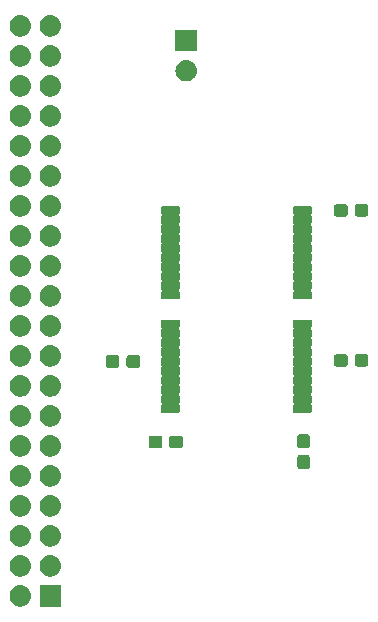
<source format=gbr>
G04 #@! TF.GenerationSoftware,KiCad,Pcbnew,(5.1.4-0-10_14)*
G04 #@! TF.CreationDate,2019-11-29T22:31:08-05:00*
G04 #@! TF.ProjectId,a500plus-chipram-expansion,61353030-706c-4757-932d-636869707261,rev?*
G04 #@! TF.SameCoordinates,Original*
G04 #@! TF.FileFunction,Soldermask,Top*
G04 #@! TF.FilePolarity,Negative*
%FSLAX46Y46*%
G04 Gerber Fmt 4.6, Leading zero omitted, Abs format (unit mm)*
G04 Created by KiCad (PCBNEW (5.1.4-0-10_14)) date 2019-11-29 22:31:08*
%MOMM*%
%LPD*%
G04 APERTURE LIST*
%ADD10C,0.100000*%
G04 APERTURE END LIST*
D10*
G36*
X81651000Y-84151000D02*
G01*
X79849000Y-84151000D01*
X79849000Y-82349000D01*
X81651000Y-82349000D01*
X81651000Y-84151000D01*
X81651000Y-84151000D01*
G37*
G36*
X78320443Y-82355519D02*
G01*
X78386627Y-82362037D01*
X78556466Y-82413557D01*
X78712991Y-82497222D01*
X78748729Y-82526552D01*
X78850186Y-82609814D01*
X78933448Y-82711271D01*
X78962778Y-82747009D01*
X79046443Y-82903534D01*
X79097963Y-83073373D01*
X79115359Y-83250000D01*
X79097963Y-83426627D01*
X79046443Y-83596466D01*
X78962778Y-83752991D01*
X78933448Y-83788729D01*
X78850186Y-83890186D01*
X78748729Y-83973448D01*
X78712991Y-84002778D01*
X78556466Y-84086443D01*
X78386627Y-84137963D01*
X78320443Y-84144481D01*
X78254260Y-84151000D01*
X78165740Y-84151000D01*
X78099557Y-84144481D01*
X78033373Y-84137963D01*
X77863534Y-84086443D01*
X77707009Y-84002778D01*
X77671271Y-83973448D01*
X77569814Y-83890186D01*
X77486552Y-83788729D01*
X77457222Y-83752991D01*
X77373557Y-83596466D01*
X77322037Y-83426627D01*
X77304641Y-83250000D01*
X77322037Y-83073373D01*
X77373557Y-82903534D01*
X77457222Y-82747009D01*
X77486552Y-82711271D01*
X77569814Y-82609814D01*
X77671271Y-82526552D01*
X77707009Y-82497222D01*
X77863534Y-82413557D01*
X78033373Y-82362037D01*
X78099557Y-82355519D01*
X78165740Y-82349000D01*
X78254260Y-82349000D01*
X78320443Y-82355519D01*
X78320443Y-82355519D01*
G37*
G36*
X80860442Y-79815518D02*
G01*
X80926627Y-79822037D01*
X81096466Y-79873557D01*
X81252991Y-79957222D01*
X81288729Y-79986552D01*
X81390186Y-80069814D01*
X81473448Y-80171271D01*
X81502778Y-80207009D01*
X81586443Y-80363534D01*
X81637963Y-80533373D01*
X81655359Y-80710000D01*
X81637963Y-80886627D01*
X81586443Y-81056466D01*
X81502778Y-81212991D01*
X81473448Y-81248729D01*
X81390186Y-81350186D01*
X81288729Y-81433448D01*
X81252991Y-81462778D01*
X81096466Y-81546443D01*
X80926627Y-81597963D01*
X80860442Y-81604482D01*
X80794260Y-81611000D01*
X80705740Y-81611000D01*
X80639558Y-81604482D01*
X80573373Y-81597963D01*
X80403534Y-81546443D01*
X80247009Y-81462778D01*
X80211271Y-81433448D01*
X80109814Y-81350186D01*
X80026552Y-81248729D01*
X79997222Y-81212991D01*
X79913557Y-81056466D01*
X79862037Y-80886627D01*
X79844641Y-80710000D01*
X79862037Y-80533373D01*
X79913557Y-80363534D01*
X79997222Y-80207009D01*
X80026552Y-80171271D01*
X80109814Y-80069814D01*
X80211271Y-79986552D01*
X80247009Y-79957222D01*
X80403534Y-79873557D01*
X80573373Y-79822037D01*
X80639558Y-79815518D01*
X80705740Y-79809000D01*
X80794260Y-79809000D01*
X80860442Y-79815518D01*
X80860442Y-79815518D01*
G37*
G36*
X78320442Y-79815518D02*
G01*
X78386627Y-79822037D01*
X78556466Y-79873557D01*
X78712991Y-79957222D01*
X78748729Y-79986552D01*
X78850186Y-80069814D01*
X78933448Y-80171271D01*
X78962778Y-80207009D01*
X79046443Y-80363534D01*
X79097963Y-80533373D01*
X79115359Y-80710000D01*
X79097963Y-80886627D01*
X79046443Y-81056466D01*
X78962778Y-81212991D01*
X78933448Y-81248729D01*
X78850186Y-81350186D01*
X78748729Y-81433448D01*
X78712991Y-81462778D01*
X78556466Y-81546443D01*
X78386627Y-81597963D01*
X78320442Y-81604482D01*
X78254260Y-81611000D01*
X78165740Y-81611000D01*
X78099558Y-81604482D01*
X78033373Y-81597963D01*
X77863534Y-81546443D01*
X77707009Y-81462778D01*
X77671271Y-81433448D01*
X77569814Y-81350186D01*
X77486552Y-81248729D01*
X77457222Y-81212991D01*
X77373557Y-81056466D01*
X77322037Y-80886627D01*
X77304641Y-80710000D01*
X77322037Y-80533373D01*
X77373557Y-80363534D01*
X77457222Y-80207009D01*
X77486552Y-80171271D01*
X77569814Y-80069814D01*
X77671271Y-79986552D01*
X77707009Y-79957222D01*
X77863534Y-79873557D01*
X78033373Y-79822037D01*
X78099558Y-79815518D01*
X78165740Y-79809000D01*
X78254260Y-79809000D01*
X78320442Y-79815518D01*
X78320442Y-79815518D01*
G37*
G36*
X80860442Y-77275518D02*
G01*
X80926627Y-77282037D01*
X81096466Y-77333557D01*
X81252991Y-77417222D01*
X81288729Y-77446552D01*
X81390186Y-77529814D01*
X81473448Y-77631271D01*
X81502778Y-77667009D01*
X81586443Y-77823534D01*
X81637963Y-77993373D01*
X81655359Y-78170000D01*
X81637963Y-78346627D01*
X81586443Y-78516466D01*
X81502778Y-78672991D01*
X81473448Y-78708729D01*
X81390186Y-78810186D01*
X81288729Y-78893448D01*
X81252991Y-78922778D01*
X81096466Y-79006443D01*
X80926627Y-79057963D01*
X80860442Y-79064482D01*
X80794260Y-79071000D01*
X80705740Y-79071000D01*
X80639558Y-79064482D01*
X80573373Y-79057963D01*
X80403534Y-79006443D01*
X80247009Y-78922778D01*
X80211271Y-78893448D01*
X80109814Y-78810186D01*
X80026552Y-78708729D01*
X79997222Y-78672991D01*
X79913557Y-78516466D01*
X79862037Y-78346627D01*
X79844641Y-78170000D01*
X79862037Y-77993373D01*
X79913557Y-77823534D01*
X79997222Y-77667009D01*
X80026552Y-77631271D01*
X80109814Y-77529814D01*
X80211271Y-77446552D01*
X80247009Y-77417222D01*
X80403534Y-77333557D01*
X80573373Y-77282037D01*
X80639558Y-77275518D01*
X80705740Y-77269000D01*
X80794260Y-77269000D01*
X80860442Y-77275518D01*
X80860442Y-77275518D01*
G37*
G36*
X78320442Y-77275518D02*
G01*
X78386627Y-77282037D01*
X78556466Y-77333557D01*
X78712991Y-77417222D01*
X78748729Y-77446552D01*
X78850186Y-77529814D01*
X78933448Y-77631271D01*
X78962778Y-77667009D01*
X79046443Y-77823534D01*
X79097963Y-77993373D01*
X79115359Y-78170000D01*
X79097963Y-78346627D01*
X79046443Y-78516466D01*
X78962778Y-78672991D01*
X78933448Y-78708729D01*
X78850186Y-78810186D01*
X78748729Y-78893448D01*
X78712991Y-78922778D01*
X78556466Y-79006443D01*
X78386627Y-79057963D01*
X78320442Y-79064482D01*
X78254260Y-79071000D01*
X78165740Y-79071000D01*
X78099558Y-79064482D01*
X78033373Y-79057963D01*
X77863534Y-79006443D01*
X77707009Y-78922778D01*
X77671271Y-78893448D01*
X77569814Y-78810186D01*
X77486552Y-78708729D01*
X77457222Y-78672991D01*
X77373557Y-78516466D01*
X77322037Y-78346627D01*
X77304641Y-78170000D01*
X77322037Y-77993373D01*
X77373557Y-77823534D01*
X77457222Y-77667009D01*
X77486552Y-77631271D01*
X77569814Y-77529814D01*
X77671271Y-77446552D01*
X77707009Y-77417222D01*
X77863534Y-77333557D01*
X78033373Y-77282037D01*
X78099558Y-77275518D01*
X78165740Y-77269000D01*
X78254260Y-77269000D01*
X78320442Y-77275518D01*
X78320442Y-77275518D01*
G37*
G36*
X78320443Y-74735519D02*
G01*
X78386627Y-74742037D01*
X78556466Y-74793557D01*
X78712991Y-74877222D01*
X78748729Y-74906552D01*
X78850186Y-74989814D01*
X78933448Y-75091271D01*
X78962778Y-75127009D01*
X79046443Y-75283534D01*
X79097963Y-75453373D01*
X79115359Y-75630000D01*
X79097963Y-75806627D01*
X79046443Y-75976466D01*
X78962778Y-76132991D01*
X78933448Y-76168729D01*
X78850186Y-76270186D01*
X78748729Y-76353448D01*
X78712991Y-76382778D01*
X78556466Y-76466443D01*
X78386627Y-76517963D01*
X78320442Y-76524482D01*
X78254260Y-76531000D01*
X78165740Y-76531000D01*
X78099558Y-76524482D01*
X78033373Y-76517963D01*
X77863534Y-76466443D01*
X77707009Y-76382778D01*
X77671271Y-76353448D01*
X77569814Y-76270186D01*
X77486552Y-76168729D01*
X77457222Y-76132991D01*
X77373557Y-75976466D01*
X77322037Y-75806627D01*
X77304641Y-75630000D01*
X77322037Y-75453373D01*
X77373557Y-75283534D01*
X77457222Y-75127009D01*
X77486552Y-75091271D01*
X77569814Y-74989814D01*
X77671271Y-74906552D01*
X77707009Y-74877222D01*
X77863534Y-74793557D01*
X78033373Y-74742037D01*
X78099557Y-74735519D01*
X78165740Y-74729000D01*
X78254260Y-74729000D01*
X78320443Y-74735519D01*
X78320443Y-74735519D01*
G37*
G36*
X80860443Y-74735519D02*
G01*
X80926627Y-74742037D01*
X81096466Y-74793557D01*
X81252991Y-74877222D01*
X81288729Y-74906552D01*
X81390186Y-74989814D01*
X81473448Y-75091271D01*
X81502778Y-75127009D01*
X81586443Y-75283534D01*
X81637963Y-75453373D01*
X81655359Y-75630000D01*
X81637963Y-75806627D01*
X81586443Y-75976466D01*
X81502778Y-76132991D01*
X81473448Y-76168729D01*
X81390186Y-76270186D01*
X81288729Y-76353448D01*
X81252991Y-76382778D01*
X81096466Y-76466443D01*
X80926627Y-76517963D01*
X80860442Y-76524482D01*
X80794260Y-76531000D01*
X80705740Y-76531000D01*
X80639558Y-76524482D01*
X80573373Y-76517963D01*
X80403534Y-76466443D01*
X80247009Y-76382778D01*
X80211271Y-76353448D01*
X80109814Y-76270186D01*
X80026552Y-76168729D01*
X79997222Y-76132991D01*
X79913557Y-75976466D01*
X79862037Y-75806627D01*
X79844641Y-75630000D01*
X79862037Y-75453373D01*
X79913557Y-75283534D01*
X79997222Y-75127009D01*
X80026552Y-75091271D01*
X80109814Y-74989814D01*
X80211271Y-74906552D01*
X80247009Y-74877222D01*
X80403534Y-74793557D01*
X80573373Y-74742037D01*
X80639557Y-74735519D01*
X80705740Y-74729000D01*
X80794260Y-74729000D01*
X80860443Y-74735519D01*
X80860443Y-74735519D01*
G37*
G36*
X78320442Y-72195518D02*
G01*
X78386627Y-72202037D01*
X78556466Y-72253557D01*
X78556468Y-72253558D01*
X78586035Y-72269362D01*
X78712991Y-72337222D01*
X78748729Y-72366552D01*
X78850186Y-72449814D01*
X78933448Y-72551271D01*
X78962778Y-72587009D01*
X79046443Y-72743534D01*
X79097963Y-72913373D01*
X79115359Y-73090000D01*
X79097963Y-73266627D01*
X79046443Y-73436466D01*
X78962778Y-73592991D01*
X78933448Y-73628729D01*
X78850186Y-73730186D01*
X78748729Y-73813448D01*
X78712991Y-73842778D01*
X78556466Y-73926443D01*
X78386627Y-73977963D01*
X78320443Y-73984481D01*
X78254260Y-73991000D01*
X78165740Y-73991000D01*
X78099557Y-73984481D01*
X78033373Y-73977963D01*
X77863534Y-73926443D01*
X77707009Y-73842778D01*
X77671271Y-73813448D01*
X77569814Y-73730186D01*
X77486552Y-73628729D01*
X77457222Y-73592991D01*
X77373557Y-73436466D01*
X77322037Y-73266627D01*
X77304641Y-73090000D01*
X77322037Y-72913373D01*
X77373557Y-72743534D01*
X77457222Y-72587009D01*
X77486552Y-72551271D01*
X77569814Y-72449814D01*
X77671271Y-72366552D01*
X77707009Y-72337222D01*
X77833965Y-72269362D01*
X77863532Y-72253558D01*
X77863534Y-72253557D01*
X78033373Y-72202037D01*
X78099558Y-72195518D01*
X78165740Y-72189000D01*
X78254260Y-72189000D01*
X78320442Y-72195518D01*
X78320442Y-72195518D01*
G37*
G36*
X80860442Y-72195518D02*
G01*
X80926627Y-72202037D01*
X81096466Y-72253557D01*
X81096468Y-72253558D01*
X81126035Y-72269362D01*
X81252991Y-72337222D01*
X81288729Y-72366552D01*
X81390186Y-72449814D01*
X81473448Y-72551271D01*
X81502778Y-72587009D01*
X81586443Y-72743534D01*
X81637963Y-72913373D01*
X81655359Y-73090000D01*
X81637963Y-73266627D01*
X81586443Y-73436466D01*
X81502778Y-73592991D01*
X81473448Y-73628729D01*
X81390186Y-73730186D01*
X81288729Y-73813448D01*
X81252991Y-73842778D01*
X81096466Y-73926443D01*
X80926627Y-73977963D01*
X80860443Y-73984481D01*
X80794260Y-73991000D01*
X80705740Y-73991000D01*
X80639557Y-73984481D01*
X80573373Y-73977963D01*
X80403534Y-73926443D01*
X80247009Y-73842778D01*
X80211271Y-73813448D01*
X80109814Y-73730186D01*
X80026552Y-73628729D01*
X79997222Y-73592991D01*
X79913557Y-73436466D01*
X79862037Y-73266627D01*
X79844641Y-73090000D01*
X79862037Y-72913373D01*
X79913557Y-72743534D01*
X79997222Y-72587009D01*
X80026552Y-72551271D01*
X80109814Y-72449814D01*
X80211271Y-72366552D01*
X80247009Y-72337222D01*
X80373965Y-72269362D01*
X80403532Y-72253558D01*
X80403534Y-72253557D01*
X80573373Y-72202037D01*
X80639558Y-72195518D01*
X80705740Y-72189000D01*
X80794260Y-72189000D01*
X80860442Y-72195518D01*
X80860442Y-72195518D01*
G37*
G36*
X102564499Y-71328445D02*
G01*
X102601995Y-71339820D01*
X102636554Y-71358292D01*
X102666847Y-71383153D01*
X102691708Y-71413446D01*
X102710180Y-71448005D01*
X102721555Y-71485501D01*
X102726000Y-71530638D01*
X102726000Y-72269362D01*
X102721555Y-72314499D01*
X102710180Y-72351995D01*
X102691708Y-72386554D01*
X102666847Y-72416847D01*
X102636554Y-72441708D01*
X102601995Y-72460180D01*
X102564499Y-72471555D01*
X102519362Y-72476000D01*
X101880638Y-72476000D01*
X101835501Y-72471555D01*
X101798005Y-72460180D01*
X101763446Y-72441708D01*
X101733153Y-72416847D01*
X101708292Y-72386554D01*
X101689820Y-72351995D01*
X101678445Y-72314499D01*
X101674000Y-72269362D01*
X101674000Y-71530638D01*
X101678445Y-71485501D01*
X101689820Y-71448005D01*
X101708292Y-71413446D01*
X101733153Y-71383153D01*
X101763446Y-71358292D01*
X101798005Y-71339820D01*
X101835501Y-71328445D01*
X101880638Y-71324000D01*
X102519362Y-71324000D01*
X102564499Y-71328445D01*
X102564499Y-71328445D01*
G37*
G36*
X80860443Y-69655519D02*
G01*
X80926627Y-69662037D01*
X81096466Y-69713557D01*
X81096468Y-69713558D01*
X81133127Y-69733153D01*
X81252991Y-69797222D01*
X81288729Y-69826552D01*
X81390186Y-69909814D01*
X81473448Y-70011271D01*
X81502778Y-70047009D01*
X81586443Y-70203534D01*
X81637963Y-70373373D01*
X81655359Y-70550000D01*
X81637963Y-70726627D01*
X81586443Y-70896466D01*
X81502778Y-71052991D01*
X81473448Y-71088729D01*
X81390186Y-71190186D01*
X81288729Y-71273448D01*
X81252991Y-71302778D01*
X81096466Y-71386443D01*
X80926627Y-71437963D01*
X80860442Y-71444482D01*
X80794260Y-71451000D01*
X80705740Y-71451000D01*
X80639558Y-71444482D01*
X80573373Y-71437963D01*
X80403534Y-71386443D01*
X80247009Y-71302778D01*
X80211271Y-71273448D01*
X80109814Y-71190186D01*
X80026552Y-71088729D01*
X79997222Y-71052991D01*
X79913557Y-70896466D01*
X79862037Y-70726627D01*
X79844641Y-70550000D01*
X79862037Y-70373373D01*
X79913557Y-70203534D01*
X79997222Y-70047009D01*
X80026552Y-70011271D01*
X80109814Y-69909814D01*
X80211271Y-69826552D01*
X80247009Y-69797222D01*
X80366873Y-69733153D01*
X80403532Y-69713558D01*
X80403534Y-69713557D01*
X80573373Y-69662037D01*
X80639557Y-69655519D01*
X80705740Y-69649000D01*
X80794260Y-69649000D01*
X80860443Y-69655519D01*
X80860443Y-69655519D01*
G37*
G36*
X78320443Y-69655519D02*
G01*
X78386627Y-69662037D01*
X78556466Y-69713557D01*
X78556468Y-69713558D01*
X78593127Y-69733153D01*
X78712991Y-69797222D01*
X78748729Y-69826552D01*
X78850186Y-69909814D01*
X78933448Y-70011271D01*
X78962778Y-70047009D01*
X79046443Y-70203534D01*
X79097963Y-70373373D01*
X79115359Y-70550000D01*
X79097963Y-70726627D01*
X79046443Y-70896466D01*
X78962778Y-71052991D01*
X78933448Y-71088729D01*
X78850186Y-71190186D01*
X78748729Y-71273448D01*
X78712991Y-71302778D01*
X78556466Y-71386443D01*
X78386627Y-71437963D01*
X78320442Y-71444482D01*
X78254260Y-71451000D01*
X78165740Y-71451000D01*
X78099558Y-71444482D01*
X78033373Y-71437963D01*
X77863534Y-71386443D01*
X77707009Y-71302778D01*
X77671271Y-71273448D01*
X77569814Y-71190186D01*
X77486552Y-71088729D01*
X77457222Y-71052991D01*
X77373557Y-70896466D01*
X77322037Y-70726627D01*
X77304641Y-70550000D01*
X77322037Y-70373373D01*
X77373557Y-70203534D01*
X77457222Y-70047009D01*
X77486552Y-70011271D01*
X77569814Y-69909814D01*
X77671271Y-69826552D01*
X77707009Y-69797222D01*
X77826873Y-69733153D01*
X77863532Y-69713558D01*
X77863534Y-69713557D01*
X78033373Y-69662037D01*
X78099557Y-69655519D01*
X78165740Y-69649000D01*
X78254260Y-69649000D01*
X78320443Y-69655519D01*
X78320443Y-69655519D01*
G37*
G36*
X102564499Y-69578445D02*
G01*
X102601995Y-69589820D01*
X102636554Y-69608292D01*
X102666847Y-69633153D01*
X102691708Y-69663446D01*
X102710180Y-69698005D01*
X102721555Y-69735501D01*
X102726000Y-69780638D01*
X102726000Y-70519362D01*
X102721555Y-70564499D01*
X102710180Y-70601995D01*
X102691708Y-70636554D01*
X102666847Y-70666847D01*
X102636554Y-70691708D01*
X102601995Y-70710180D01*
X102564499Y-70721555D01*
X102519362Y-70726000D01*
X101880638Y-70726000D01*
X101835501Y-70721555D01*
X101798005Y-70710180D01*
X101763446Y-70691708D01*
X101733153Y-70666847D01*
X101708292Y-70636554D01*
X101689820Y-70601995D01*
X101678445Y-70564499D01*
X101674000Y-70519362D01*
X101674000Y-69780638D01*
X101678445Y-69735501D01*
X101689820Y-69698005D01*
X101708292Y-69663446D01*
X101733153Y-69633153D01*
X101763446Y-69608292D01*
X101798005Y-69589820D01*
X101835501Y-69578445D01*
X101880638Y-69574000D01*
X102519362Y-69574000D01*
X102564499Y-69578445D01*
X102564499Y-69578445D01*
G37*
G36*
X91814499Y-69678445D02*
G01*
X91851995Y-69689820D01*
X91886554Y-69708292D01*
X91916847Y-69733153D01*
X91941708Y-69763446D01*
X91960180Y-69798005D01*
X91971555Y-69835501D01*
X91976000Y-69880638D01*
X91976000Y-70519362D01*
X91971555Y-70564499D01*
X91960180Y-70601995D01*
X91941708Y-70636554D01*
X91916847Y-70666847D01*
X91886554Y-70691708D01*
X91851995Y-70710180D01*
X91814499Y-70721555D01*
X91769362Y-70726000D01*
X91030638Y-70726000D01*
X90985501Y-70721555D01*
X90948005Y-70710180D01*
X90913446Y-70691708D01*
X90883153Y-70666847D01*
X90858292Y-70636554D01*
X90839820Y-70601995D01*
X90828445Y-70564499D01*
X90824000Y-70519362D01*
X90824000Y-69880638D01*
X90828445Y-69835501D01*
X90839820Y-69798005D01*
X90858292Y-69763446D01*
X90883153Y-69733153D01*
X90913446Y-69708292D01*
X90948005Y-69689820D01*
X90985501Y-69678445D01*
X91030638Y-69674000D01*
X91769362Y-69674000D01*
X91814499Y-69678445D01*
X91814499Y-69678445D01*
G37*
G36*
X90064499Y-69678445D02*
G01*
X90101995Y-69689820D01*
X90136554Y-69708292D01*
X90166847Y-69733153D01*
X90191708Y-69763446D01*
X90210180Y-69798005D01*
X90221555Y-69835501D01*
X90226000Y-69880638D01*
X90226000Y-70519362D01*
X90221555Y-70564499D01*
X90210180Y-70601995D01*
X90191708Y-70636554D01*
X90166847Y-70666847D01*
X90136554Y-70691708D01*
X90101995Y-70710180D01*
X90064499Y-70721555D01*
X90019362Y-70726000D01*
X89280638Y-70726000D01*
X89235501Y-70721555D01*
X89198005Y-70710180D01*
X89163446Y-70691708D01*
X89133153Y-70666847D01*
X89108292Y-70636554D01*
X89089820Y-70601995D01*
X89078445Y-70564499D01*
X89074000Y-70519362D01*
X89074000Y-69880638D01*
X89078445Y-69835501D01*
X89089820Y-69798005D01*
X89108292Y-69763446D01*
X89133153Y-69733153D01*
X89163446Y-69708292D01*
X89198005Y-69689820D01*
X89235501Y-69678445D01*
X89280638Y-69674000D01*
X90019362Y-69674000D01*
X90064499Y-69678445D01*
X90064499Y-69678445D01*
G37*
G36*
X80860442Y-67115518D02*
G01*
X80926627Y-67122037D01*
X81096466Y-67173557D01*
X81252991Y-67257222D01*
X81288729Y-67286552D01*
X81390186Y-67369814D01*
X81473448Y-67471271D01*
X81502778Y-67507009D01*
X81586443Y-67663534D01*
X81637963Y-67833373D01*
X81655359Y-68010000D01*
X81637963Y-68186627D01*
X81586443Y-68356466D01*
X81502778Y-68512991D01*
X81473448Y-68548729D01*
X81390186Y-68650186D01*
X81288729Y-68733448D01*
X81252991Y-68762778D01*
X81096466Y-68846443D01*
X80926627Y-68897963D01*
X80860442Y-68904482D01*
X80794260Y-68911000D01*
X80705740Y-68911000D01*
X80639558Y-68904482D01*
X80573373Y-68897963D01*
X80403534Y-68846443D01*
X80247009Y-68762778D01*
X80211271Y-68733448D01*
X80109814Y-68650186D01*
X80026552Y-68548729D01*
X79997222Y-68512991D01*
X79913557Y-68356466D01*
X79862037Y-68186627D01*
X79844641Y-68010000D01*
X79862037Y-67833373D01*
X79913557Y-67663534D01*
X79997222Y-67507009D01*
X80026552Y-67471271D01*
X80109814Y-67369814D01*
X80211271Y-67286552D01*
X80247009Y-67257222D01*
X80403534Y-67173557D01*
X80573373Y-67122037D01*
X80639558Y-67115518D01*
X80705740Y-67109000D01*
X80794260Y-67109000D01*
X80860442Y-67115518D01*
X80860442Y-67115518D01*
G37*
G36*
X78320442Y-67115518D02*
G01*
X78386627Y-67122037D01*
X78556466Y-67173557D01*
X78712991Y-67257222D01*
X78748729Y-67286552D01*
X78850186Y-67369814D01*
X78933448Y-67471271D01*
X78962778Y-67507009D01*
X79046443Y-67663534D01*
X79097963Y-67833373D01*
X79115359Y-68010000D01*
X79097963Y-68186627D01*
X79046443Y-68356466D01*
X78962778Y-68512991D01*
X78933448Y-68548729D01*
X78850186Y-68650186D01*
X78748729Y-68733448D01*
X78712991Y-68762778D01*
X78556466Y-68846443D01*
X78386627Y-68897963D01*
X78320442Y-68904482D01*
X78254260Y-68911000D01*
X78165740Y-68911000D01*
X78099558Y-68904482D01*
X78033373Y-68897963D01*
X77863534Y-68846443D01*
X77707009Y-68762778D01*
X77671271Y-68733448D01*
X77569814Y-68650186D01*
X77486552Y-68548729D01*
X77457222Y-68512991D01*
X77373557Y-68356466D01*
X77322037Y-68186627D01*
X77304641Y-68010000D01*
X77322037Y-67833373D01*
X77373557Y-67663534D01*
X77457222Y-67507009D01*
X77486552Y-67471271D01*
X77569814Y-67369814D01*
X77671271Y-67286552D01*
X77707009Y-67257222D01*
X77863534Y-67173557D01*
X78033373Y-67122037D01*
X78099558Y-67115518D01*
X78165740Y-67109000D01*
X78254260Y-67109000D01*
X78320442Y-67115518D01*
X78320442Y-67115518D01*
G37*
G36*
X102819987Y-59876524D02*
G01*
X102838730Y-59882210D01*
X102855997Y-59891439D01*
X102871136Y-59903864D01*
X102883561Y-59919003D01*
X102892790Y-59936270D01*
X102898476Y-59955013D01*
X102901000Y-59980640D01*
X102901000Y-60419360D01*
X102898476Y-60444987D01*
X102892790Y-60463730D01*
X102883561Y-60480997D01*
X102871135Y-60496138D01*
X102862317Y-60503375D01*
X102844990Y-60520702D01*
X102831377Y-60541076D01*
X102821999Y-60563715D01*
X102817219Y-60587748D01*
X102817219Y-60612252D01*
X102821999Y-60636285D01*
X102831377Y-60658924D01*
X102844991Y-60679299D01*
X102862317Y-60696625D01*
X102871135Y-60703862D01*
X102883561Y-60719003D01*
X102892790Y-60736270D01*
X102898476Y-60755013D01*
X102901000Y-60780640D01*
X102901000Y-61219360D01*
X102898476Y-61244987D01*
X102892790Y-61263730D01*
X102883561Y-61280997D01*
X102871135Y-61296138D01*
X102862317Y-61303375D01*
X102844990Y-61320702D01*
X102831377Y-61341076D01*
X102821999Y-61363715D01*
X102817219Y-61387748D01*
X102817219Y-61412252D01*
X102821999Y-61436285D01*
X102831377Y-61458924D01*
X102844991Y-61479299D01*
X102862317Y-61496625D01*
X102871135Y-61503862D01*
X102883561Y-61519003D01*
X102892790Y-61536270D01*
X102898476Y-61555013D01*
X102901000Y-61580640D01*
X102901000Y-62019360D01*
X102898476Y-62044987D01*
X102892790Y-62063730D01*
X102883561Y-62080997D01*
X102871135Y-62096138D01*
X102862317Y-62103375D01*
X102844990Y-62120702D01*
X102831377Y-62141076D01*
X102821999Y-62163715D01*
X102817219Y-62187748D01*
X102817219Y-62212252D01*
X102821999Y-62236285D01*
X102831377Y-62258924D01*
X102844991Y-62279299D01*
X102862317Y-62296625D01*
X102871135Y-62303862D01*
X102883561Y-62319003D01*
X102892790Y-62336270D01*
X102898476Y-62355013D01*
X102901000Y-62380640D01*
X102901000Y-62819360D01*
X102898476Y-62844987D01*
X102892790Y-62863730D01*
X102883561Y-62880997D01*
X102871135Y-62896138D01*
X102862317Y-62903375D01*
X102844990Y-62920702D01*
X102831377Y-62941076D01*
X102821999Y-62963715D01*
X102817219Y-62987748D01*
X102817219Y-63012252D01*
X102821999Y-63036285D01*
X102831377Y-63058924D01*
X102844991Y-63079299D01*
X102862317Y-63096625D01*
X102871135Y-63103862D01*
X102883561Y-63119003D01*
X102892790Y-63136270D01*
X102898476Y-63155013D01*
X102901000Y-63180640D01*
X102901000Y-63619360D01*
X102898476Y-63644987D01*
X102892790Y-63663730D01*
X102883561Y-63680997D01*
X102871135Y-63696138D01*
X102862317Y-63703375D01*
X102844990Y-63720702D01*
X102831377Y-63741076D01*
X102821999Y-63763715D01*
X102817219Y-63787748D01*
X102817219Y-63812252D01*
X102821999Y-63836285D01*
X102831377Y-63858924D01*
X102844991Y-63879299D01*
X102862317Y-63896625D01*
X102871135Y-63903862D01*
X102883561Y-63919003D01*
X102892790Y-63936270D01*
X102898476Y-63955013D01*
X102901000Y-63980640D01*
X102901000Y-64419360D01*
X102898476Y-64444987D01*
X102892790Y-64463730D01*
X102883561Y-64480997D01*
X102871135Y-64496138D01*
X102862317Y-64503375D01*
X102844990Y-64520702D01*
X102831377Y-64541076D01*
X102821999Y-64563715D01*
X102817219Y-64587748D01*
X102817219Y-64612252D01*
X102821999Y-64636285D01*
X102831377Y-64658924D01*
X102844991Y-64679299D01*
X102862317Y-64696625D01*
X102871135Y-64703862D01*
X102883561Y-64719003D01*
X102892790Y-64736270D01*
X102898476Y-64755013D01*
X102901000Y-64780640D01*
X102901000Y-65219360D01*
X102898476Y-65244987D01*
X102892790Y-65263730D01*
X102883561Y-65280997D01*
X102871135Y-65296138D01*
X102862317Y-65303375D01*
X102844990Y-65320702D01*
X102831377Y-65341076D01*
X102821999Y-65363715D01*
X102817219Y-65387748D01*
X102817219Y-65412252D01*
X102821999Y-65436285D01*
X102831377Y-65458924D01*
X102844991Y-65479299D01*
X102862317Y-65496625D01*
X102871135Y-65503862D01*
X102883561Y-65519003D01*
X102892790Y-65536270D01*
X102898476Y-65555013D01*
X102901000Y-65580640D01*
X102901000Y-66019360D01*
X102898476Y-66044987D01*
X102892790Y-66063730D01*
X102883561Y-66080997D01*
X102871135Y-66096138D01*
X102862317Y-66103375D01*
X102844990Y-66120702D01*
X102831377Y-66141076D01*
X102821999Y-66163715D01*
X102817219Y-66187748D01*
X102817219Y-66212252D01*
X102821999Y-66236285D01*
X102831377Y-66258924D01*
X102844991Y-66279299D01*
X102862317Y-66296625D01*
X102871135Y-66303862D01*
X102883561Y-66319003D01*
X102892790Y-66336270D01*
X102898476Y-66355013D01*
X102901000Y-66380640D01*
X102901000Y-66819360D01*
X102898476Y-66844987D01*
X102892790Y-66863730D01*
X102883561Y-66880997D01*
X102871135Y-66896138D01*
X102862317Y-66903375D01*
X102844990Y-66920702D01*
X102831377Y-66941076D01*
X102821999Y-66963715D01*
X102817219Y-66987748D01*
X102817219Y-67012252D01*
X102821999Y-67036285D01*
X102831377Y-67058924D01*
X102844991Y-67079299D01*
X102862317Y-67096625D01*
X102871135Y-67103862D01*
X102883561Y-67119003D01*
X102892790Y-67136270D01*
X102898476Y-67155013D01*
X102901000Y-67180640D01*
X102901000Y-67619360D01*
X102898476Y-67644987D01*
X102892790Y-67663730D01*
X102883561Y-67680997D01*
X102871136Y-67696136D01*
X102855997Y-67708561D01*
X102838730Y-67717790D01*
X102819987Y-67723476D01*
X102794360Y-67726000D01*
X101380640Y-67726000D01*
X101355013Y-67723476D01*
X101336270Y-67717790D01*
X101319003Y-67708561D01*
X101303864Y-67696136D01*
X101291439Y-67680997D01*
X101282210Y-67663730D01*
X101276524Y-67644987D01*
X101274000Y-67619360D01*
X101274000Y-67180640D01*
X101276524Y-67155013D01*
X101282210Y-67136270D01*
X101291439Y-67119003D01*
X101303865Y-67103862D01*
X101312683Y-67096625D01*
X101330010Y-67079298D01*
X101343623Y-67058924D01*
X101353001Y-67036285D01*
X101357781Y-67012252D01*
X101357781Y-66987748D01*
X101353001Y-66963715D01*
X101343623Y-66941076D01*
X101330009Y-66920701D01*
X101312683Y-66903375D01*
X101303865Y-66896138D01*
X101291439Y-66880997D01*
X101282210Y-66863730D01*
X101276524Y-66844987D01*
X101274000Y-66819360D01*
X101274000Y-66380640D01*
X101276524Y-66355013D01*
X101282210Y-66336270D01*
X101291439Y-66319003D01*
X101303865Y-66303862D01*
X101312683Y-66296625D01*
X101330010Y-66279298D01*
X101343623Y-66258924D01*
X101353001Y-66236285D01*
X101357781Y-66212252D01*
X101357781Y-66187748D01*
X101353001Y-66163715D01*
X101343623Y-66141076D01*
X101330009Y-66120701D01*
X101312683Y-66103375D01*
X101303865Y-66096138D01*
X101291439Y-66080997D01*
X101282210Y-66063730D01*
X101276524Y-66044987D01*
X101274000Y-66019360D01*
X101274000Y-65580640D01*
X101276524Y-65555013D01*
X101282210Y-65536270D01*
X101291439Y-65519003D01*
X101303865Y-65503862D01*
X101312683Y-65496625D01*
X101330010Y-65479298D01*
X101343623Y-65458924D01*
X101353001Y-65436285D01*
X101357781Y-65412252D01*
X101357781Y-65387748D01*
X101353001Y-65363715D01*
X101343623Y-65341076D01*
X101330009Y-65320701D01*
X101312683Y-65303375D01*
X101303865Y-65296138D01*
X101291439Y-65280997D01*
X101282210Y-65263730D01*
X101276524Y-65244987D01*
X101274000Y-65219360D01*
X101274000Y-64780640D01*
X101276524Y-64755013D01*
X101282210Y-64736270D01*
X101291439Y-64719003D01*
X101303865Y-64703862D01*
X101312683Y-64696625D01*
X101330010Y-64679298D01*
X101343623Y-64658924D01*
X101353001Y-64636285D01*
X101357781Y-64612252D01*
X101357781Y-64587748D01*
X101353001Y-64563715D01*
X101343623Y-64541076D01*
X101330009Y-64520701D01*
X101312683Y-64503375D01*
X101303865Y-64496138D01*
X101291439Y-64480997D01*
X101282210Y-64463730D01*
X101276524Y-64444987D01*
X101274000Y-64419360D01*
X101274000Y-63980640D01*
X101276524Y-63955013D01*
X101282210Y-63936270D01*
X101291439Y-63919003D01*
X101303865Y-63903862D01*
X101312683Y-63896625D01*
X101330010Y-63879298D01*
X101343623Y-63858924D01*
X101353001Y-63836285D01*
X101357781Y-63812252D01*
X101357781Y-63787748D01*
X101353001Y-63763715D01*
X101343623Y-63741076D01*
X101330009Y-63720701D01*
X101312683Y-63703375D01*
X101303865Y-63696138D01*
X101291439Y-63680997D01*
X101282210Y-63663730D01*
X101276524Y-63644987D01*
X101274000Y-63619360D01*
X101274000Y-63180640D01*
X101276524Y-63155013D01*
X101282210Y-63136270D01*
X101291439Y-63119003D01*
X101303865Y-63103862D01*
X101312683Y-63096625D01*
X101330010Y-63079298D01*
X101343623Y-63058924D01*
X101353001Y-63036285D01*
X101357781Y-63012252D01*
X101357781Y-62987748D01*
X101353001Y-62963715D01*
X101343623Y-62941076D01*
X101330009Y-62920701D01*
X101312683Y-62903375D01*
X101303865Y-62896138D01*
X101291439Y-62880997D01*
X101282210Y-62863730D01*
X101276524Y-62844987D01*
X101274000Y-62819360D01*
X101274000Y-62380640D01*
X101276524Y-62355013D01*
X101282210Y-62336270D01*
X101291439Y-62319003D01*
X101303865Y-62303862D01*
X101312683Y-62296625D01*
X101330010Y-62279298D01*
X101343623Y-62258924D01*
X101353001Y-62236285D01*
X101357781Y-62212252D01*
X101357781Y-62187748D01*
X101353001Y-62163715D01*
X101343623Y-62141076D01*
X101330009Y-62120701D01*
X101312683Y-62103375D01*
X101303865Y-62096138D01*
X101291439Y-62080997D01*
X101282210Y-62063730D01*
X101276524Y-62044987D01*
X101274000Y-62019360D01*
X101274000Y-61580640D01*
X101276524Y-61555013D01*
X101282210Y-61536270D01*
X101291439Y-61519003D01*
X101303865Y-61503862D01*
X101312683Y-61496625D01*
X101330010Y-61479298D01*
X101343623Y-61458924D01*
X101353001Y-61436285D01*
X101357781Y-61412252D01*
X101357781Y-61387748D01*
X101353001Y-61363715D01*
X101343623Y-61341076D01*
X101330009Y-61320701D01*
X101312683Y-61303375D01*
X101303865Y-61296138D01*
X101291439Y-61280997D01*
X101282210Y-61263730D01*
X101276524Y-61244987D01*
X101274000Y-61219360D01*
X101274000Y-60780640D01*
X101276524Y-60755013D01*
X101282210Y-60736270D01*
X101291439Y-60719003D01*
X101303865Y-60703862D01*
X101312683Y-60696625D01*
X101330010Y-60679298D01*
X101343623Y-60658924D01*
X101353001Y-60636285D01*
X101357781Y-60612252D01*
X101357781Y-60587748D01*
X101353001Y-60563715D01*
X101343623Y-60541076D01*
X101330009Y-60520701D01*
X101312683Y-60503375D01*
X101303865Y-60496138D01*
X101291439Y-60480997D01*
X101282210Y-60463730D01*
X101276524Y-60444987D01*
X101274000Y-60419360D01*
X101274000Y-59980640D01*
X101276524Y-59955013D01*
X101282210Y-59936270D01*
X101291439Y-59919003D01*
X101303864Y-59903864D01*
X101319003Y-59891439D01*
X101336270Y-59882210D01*
X101355013Y-59876524D01*
X101380640Y-59874000D01*
X102794360Y-59874000D01*
X102819987Y-59876524D01*
X102819987Y-59876524D01*
G37*
G36*
X91644987Y-59876524D02*
G01*
X91663730Y-59882210D01*
X91680997Y-59891439D01*
X91696136Y-59903864D01*
X91708561Y-59919003D01*
X91717790Y-59936270D01*
X91723476Y-59955013D01*
X91726000Y-59980640D01*
X91726000Y-60419360D01*
X91723476Y-60444987D01*
X91717790Y-60463730D01*
X91708561Y-60480997D01*
X91696135Y-60496138D01*
X91687317Y-60503375D01*
X91669990Y-60520702D01*
X91656377Y-60541076D01*
X91646999Y-60563715D01*
X91642219Y-60587748D01*
X91642219Y-60612252D01*
X91646999Y-60636285D01*
X91656377Y-60658924D01*
X91669991Y-60679299D01*
X91687317Y-60696625D01*
X91696135Y-60703862D01*
X91708561Y-60719003D01*
X91717790Y-60736270D01*
X91723476Y-60755013D01*
X91726000Y-60780640D01*
X91726000Y-61219360D01*
X91723476Y-61244987D01*
X91717790Y-61263730D01*
X91708561Y-61280997D01*
X91696135Y-61296138D01*
X91687317Y-61303375D01*
X91669990Y-61320702D01*
X91656377Y-61341076D01*
X91646999Y-61363715D01*
X91642219Y-61387748D01*
X91642219Y-61412252D01*
X91646999Y-61436285D01*
X91656377Y-61458924D01*
X91669991Y-61479299D01*
X91687317Y-61496625D01*
X91696135Y-61503862D01*
X91708561Y-61519003D01*
X91717790Y-61536270D01*
X91723476Y-61555013D01*
X91726000Y-61580640D01*
X91726000Y-62019360D01*
X91723476Y-62044987D01*
X91717790Y-62063730D01*
X91708561Y-62080997D01*
X91696135Y-62096138D01*
X91687317Y-62103375D01*
X91669990Y-62120702D01*
X91656377Y-62141076D01*
X91646999Y-62163715D01*
X91642219Y-62187748D01*
X91642219Y-62212252D01*
X91646999Y-62236285D01*
X91656377Y-62258924D01*
X91669991Y-62279299D01*
X91687317Y-62296625D01*
X91696135Y-62303862D01*
X91708561Y-62319003D01*
X91717790Y-62336270D01*
X91723476Y-62355013D01*
X91726000Y-62380640D01*
X91726000Y-62819360D01*
X91723476Y-62844987D01*
X91717790Y-62863730D01*
X91708561Y-62880997D01*
X91696135Y-62896138D01*
X91687317Y-62903375D01*
X91669990Y-62920702D01*
X91656377Y-62941076D01*
X91646999Y-62963715D01*
X91642219Y-62987748D01*
X91642219Y-63012252D01*
X91646999Y-63036285D01*
X91656377Y-63058924D01*
X91669991Y-63079299D01*
X91687317Y-63096625D01*
X91696135Y-63103862D01*
X91708561Y-63119003D01*
X91717790Y-63136270D01*
X91723476Y-63155013D01*
X91726000Y-63180640D01*
X91726000Y-63619360D01*
X91723476Y-63644987D01*
X91717790Y-63663730D01*
X91708561Y-63680997D01*
X91696135Y-63696138D01*
X91687317Y-63703375D01*
X91669990Y-63720702D01*
X91656377Y-63741076D01*
X91646999Y-63763715D01*
X91642219Y-63787748D01*
X91642219Y-63812252D01*
X91646999Y-63836285D01*
X91656377Y-63858924D01*
X91669991Y-63879299D01*
X91687317Y-63896625D01*
X91696135Y-63903862D01*
X91708561Y-63919003D01*
X91717790Y-63936270D01*
X91723476Y-63955013D01*
X91726000Y-63980640D01*
X91726000Y-64419360D01*
X91723476Y-64444987D01*
X91717790Y-64463730D01*
X91708561Y-64480997D01*
X91696135Y-64496138D01*
X91687317Y-64503375D01*
X91669990Y-64520702D01*
X91656377Y-64541076D01*
X91646999Y-64563715D01*
X91642219Y-64587748D01*
X91642219Y-64612252D01*
X91646999Y-64636285D01*
X91656377Y-64658924D01*
X91669991Y-64679299D01*
X91687317Y-64696625D01*
X91696135Y-64703862D01*
X91708561Y-64719003D01*
X91717790Y-64736270D01*
X91723476Y-64755013D01*
X91726000Y-64780640D01*
X91726000Y-65219360D01*
X91723476Y-65244987D01*
X91717790Y-65263730D01*
X91708561Y-65280997D01*
X91696135Y-65296138D01*
X91687317Y-65303375D01*
X91669990Y-65320702D01*
X91656377Y-65341076D01*
X91646999Y-65363715D01*
X91642219Y-65387748D01*
X91642219Y-65412252D01*
X91646999Y-65436285D01*
X91656377Y-65458924D01*
X91669991Y-65479299D01*
X91687317Y-65496625D01*
X91696135Y-65503862D01*
X91708561Y-65519003D01*
X91717790Y-65536270D01*
X91723476Y-65555013D01*
X91726000Y-65580640D01*
X91726000Y-66019360D01*
X91723476Y-66044987D01*
X91717790Y-66063730D01*
X91708561Y-66080997D01*
X91696135Y-66096138D01*
X91687317Y-66103375D01*
X91669990Y-66120702D01*
X91656377Y-66141076D01*
X91646999Y-66163715D01*
X91642219Y-66187748D01*
X91642219Y-66212252D01*
X91646999Y-66236285D01*
X91656377Y-66258924D01*
X91669991Y-66279299D01*
X91687317Y-66296625D01*
X91696135Y-66303862D01*
X91708561Y-66319003D01*
X91717790Y-66336270D01*
X91723476Y-66355013D01*
X91726000Y-66380640D01*
X91726000Y-66819360D01*
X91723476Y-66844987D01*
X91717790Y-66863730D01*
X91708561Y-66880997D01*
X91696135Y-66896138D01*
X91687317Y-66903375D01*
X91669990Y-66920702D01*
X91656377Y-66941076D01*
X91646999Y-66963715D01*
X91642219Y-66987748D01*
X91642219Y-67012252D01*
X91646999Y-67036285D01*
X91656377Y-67058924D01*
X91669991Y-67079299D01*
X91687317Y-67096625D01*
X91696135Y-67103862D01*
X91708561Y-67119003D01*
X91717790Y-67136270D01*
X91723476Y-67155013D01*
X91726000Y-67180640D01*
X91726000Y-67619360D01*
X91723476Y-67644987D01*
X91717790Y-67663730D01*
X91708561Y-67680997D01*
X91696136Y-67696136D01*
X91680997Y-67708561D01*
X91663730Y-67717790D01*
X91644987Y-67723476D01*
X91619360Y-67726000D01*
X90205640Y-67726000D01*
X90180013Y-67723476D01*
X90161270Y-67717790D01*
X90144003Y-67708561D01*
X90128864Y-67696136D01*
X90116439Y-67680997D01*
X90107210Y-67663730D01*
X90101524Y-67644987D01*
X90099000Y-67619360D01*
X90099000Y-67180640D01*
X90101524Y-67155013D01*
X90107210Y-67136270D01*
X90116439Y-67119003D01*
X90128865Y-67103862D01*
X90137683Y-67096625D01*
X90155010Y-67079298D01*
X90168623Y-67058924D01*
X90178001Y-67036285D01*
X90182781Y-67012252D01*
X90182781Y-66987748D01*
X90178001Y-66963715D01*
X90168623Y-66941076D01*
X90155009Y-66920701D01*
X90137683Y-66903375D01*
X90128865Y-66896138D01*
X90116439Y-66880997D01*
X90107210Y-66863730D01*
X90101524Y-66844987D01*
X90099000Y-66819360D01*
X90099000Y-66380640D01*
X90101524Y-66355013D01*
X90107210Y-66336270D01*
X90116439Y-66319003D01*
X90128865Y-66303862D01*
X90137683Y-66296625D01*
X90155010Y-66279298D01*
X90168623Y-66258924D01*
X90178001Y-66236285D01*
X90182781Y-66212252D01*
X90182781Y-66187748D01*
X90178001Y-66163715D01*
X90168623Y-66141076D01*
X90155009Y-66120701D01*
X90137683Y-66103375D01*
X90128865Y-66096138D01*
X90116439Y-66080997D01*
X90107210Y-66063730D01*
X90101524Y-66044987D01*
X90099000Y-66019360D01*
X90099000Y-65580640D01*
X90101524Y-65555013D01*
X90107210Y-65536270D01*
X90116439Y-65519003D01*
X90128865Y-65503862D01*
X90137683Y-65496625D01*
X90155010Y-65479298D01*
X90168623Y-65458924D01*
X90178001Y-65436285D01*
X90182781Y-65412252D01*
X90182781Y-65387748D01*
X90178001Y-65363715D01*
X90168623Y-65341076D01*
X90155009Y-65320701D01*
X90137683Y-65303375D01*
X90128865Y-65296138D01*
X90116439Y-65280997D01*
X90107210Y-65263730D01*
X90101524Y-65244987D01*
X90099000Y-65219360D01*
X90099000Y-64780640D01*
X90101524Y-64755013D01*
X90107210Y-64736270D01*
X90116439Y-64719003D01*
X90128865Y-64703862D01*
X90137683Y-64696625D01*
X90155010Y-64679298D01*
X90168623Y-64658924D01*
X90178001Y-64636285D01*
X90182781Y-64612252D01*
X90182781Y-64587748D01*
X90178001Y-64563715D01*
X90168623Y-64541076D01*
X90155009Y-64520701D01*
X90137683Y-64503375D01*
X90128865Y-64496138D01*
X90116439Y-64480997D01*
X90107210Y-64463730D01*
X90101524Y-64444987D01*
X90099000Y-64419360D01*
X90099000Y-63980640D01*
X90101524Y-63955013D01*
X90107210Y-63936270D01*
X90116439Y-63919003D01*
X90128865Y-63903862D01*
X90137683Y-63896625D01*
X90155010Y-63879298D01*
X90168623Y-63858924D01*
X90178001Y-63836285D01*
X90182781Y-63812252D01*
X90182781Y-63787748D01*
X90178001Y-63763715D01*
X90168623Y-63741076D01*
X90155009Y-63720701D01*
X90137683Y-63703375D01*
X90128865Y-63696138D01*
X90116439Y-63680997D01*
X90107210Y-63663730D01*
X90101524Y-63644987D01*
X90099000Y-63619360D01*
X90099000Y-63180640D01*
X90101524Y-63155013D01*
X90107210Y-63136270D01*
X90116439Y-63119003D01*
X90128865Y-63103862D01*
X90137683Y-63096625D01*
X90155010Y-63079298D01*
X90168623Y-63058924D01*
X90178001Y-63036285D01*
X90182781Y-63012252D01*
X90182781Y-62987748D01*
X90178001Y-62963715D01*
X90168623Y-62941076D01*
X90155009Y-62920701D01*
X90137683Y-62903375D01*
X90128865Y-62896138D01*
X90116439Y-62880997D01*
X90107210Y-62863730D01*
X90101524Y-62844987D01*
X90099000Y-62819360D01*
X90099000Y-62380640D01*
X90101524Y-62355013D01*
X90107210Y-62336270D01*
X90116439Y-62319003D01*
X90128865Y-62303862D01*
X90137683Y-62296625D01*
X90155010Y-62279298D01*
X90168623Y-62258924D01*
X90178001Y-62236285D01*
X90182781Y-62212252D01*
X90182781Y-62187748D01*
X90178001Y-62163715D01*
X90168623Y-62141076D01*
X90155009Y-62120701D01*
X90137683Y-62103375D01*
X90128865Y-62096138D01*
X90116439Y-62080997D01*
X90107210Y-62063730D01*
X90101524Y-62044987D01*
X90099000Y-62019360D01*
X90099000Y-61580640D01*
X90101524Y-61555013D01*
X90107210Y-61536270D01*
X90116439Y-61519003D01*
X90128865Y-61503862D01*
X90137683Y-61496625D01*
X90155010Y-61479298D01*
X90168623Y-61458924D01*
X90178001Y-61436285D01*
X90182781Y-61412252D01*
X90182781Y-61387748D01*
X90178001Y-61363715D01*
X90168623Y-61341076D01*
X90155009Y-61320701D01*
X90137683Y-61303375D01*
X90128865Y-61296138D01*
X90116439Y-61280997D01*
X90107210Y-61263730D01*
X90101524Y-61244987D01*
X90099000Y-61219360D01*
X90099000Y-60780640D01*
X90101524Y-60755013D01*
X90107210Y-60736270D01*
X90116439Y-60719003D01*
X90128865Y-60703862D01*
X90137683Y-60696625D01*
X90155010Y-60679298D01*
X90168623Y-60658924D01*
X90178001Y-60636285D01*
X90182781Y-60612252D01*
X90182781Y-60587748D01*
X90178001Y-60563715D01*
X90168623Y-60541076D01*
X90155009Y-60520701D01*
X90137683Y-60503375D01*
X90128865Y-60496138D01*
X90116439Y-60480997D01*
X90107210Y-60463730D01*
X90101524Y-60444987D01*
X90099000Y-60419360D01*
X90099000Y-59980640D01*
X90101524Y-59955013D01*
X90107210Y-59936270D01*
X90116439Y-59919003D01*
X90128864Y-59903864D01*
X90144003Y-59891439D01*
X90161270Y-59882210D01*
X90180013Y-59876524D01*
X90205640Y-59874000D01*
X91619360Y-59874000D01*
X91644987Y-59876524D01*
X91644987Y-59876524D01*
G37*
G36*
X78320442Y-64575518D02*
G01*
X78386627Y-64582037D01*
X78556466Y-64633557D01*
X78712991Y-64717222D01*
X78736201Y-64736270D01*
X78850186Y-64829814D01*
X78933448Y-64931271D01*
X78962778Y-64967009D01*
X79046443Y-65123534D01*
X79097963Y-65293373D01*
X79115359Y-65470000D01*
X79097963Y-65646627D01*
X79046443Y-65816466D01*
X78962778Y-65972991D01*
X78933448Y-66008729D01*
X78850186Y-66110186D01*
X78755675Y-66187748D01*
X78712991Y-66222778D01*
X78712989Y-66222779D01*
X78607249Y-66279299D01*
X78556466Y-66306443D01*
X78386627Y-66357963D01*
X78320443Y-66364481D01*
X78254260Y-66371000D01*
X78165740Y-66371000D01*
X78099557Y-66364481D01*
X78033373Y-66357963D01*
X77863534Y-66306443D01*
X77812752Y-66279299D01*
X77707011Y-66222779D01*
X77707009Y-66222778D01*
X77664325Y-66187748D01*
X77569814Y-66110186D01*
X77486552Y-66008729D01*
X77457222Y-65972991D01*
X77373557Y-65816466D01*
X77322037Y-65646627D01*
X77304641Y-65470000D01*
X77322037Y-65293373D01*
X77373557Y-65123534D01*
X77457222Y-64967009D01*
X77486552Y-64931271D01*
X77569814Y-64829814D01*
X77683799Y-64736270D01*
X77707009Y-64717222D01*
X77863534Y-64633557D01*
X78033373Y-64582037D01*
X78099558Y-64575518D01*
X78165740Y-64569000D01*
X78254260Y-64569000D01*
X78320442Y-64575518D01*
X78320442Y-64575518D01*
G37*
G36*
X80860442Y-64575518D02*
G01*
X80926627Y-64582037D01*
X81096466Y-64633557D01*
X81252991Y-64717222D01*
X81276201Y-64736270D01*
X81390186Y-64829814D01*
X81473448Y-64931271D01*
X81502778Y-64967009D01*
X81586443Y-65123534D01*
X81637963Y-65293373D01*
X81655359Y-65470000D01*
X81637963Y-65646627D01*
X81586443Y-65816466D01*
X81502778Y-65972991D01*
X81473448Y-66008729D01*
X81390186Y-66110186D01*
X81295675Y-66187748D01*
X81252991Y-66222778D01*
X81252989Y-66222779D01*
X81147249Y-66279299D01*
X81096466Y-66306443D01*
X80926627Y-66357963D01*
X80860443Y-66364481D01*
X80794260Y-66371000D01*
X80705740Y-66371000D01*
X80639557Y-66364481D01*
X80573373Y-66357963D01*
X80403534Y-66306443D01*
X80352752Y-66279299D01*
X80247011Y-66222779D01*
X80247009Y-66222778D01*
X80204325Y-66187748D01*
X80109814Y-66110186D01*
X80026552Y-66008729D01*
X79997222Y-65972991D01*
X79913557Y-65816466D01*
X79862037Y-65646627D01*
X79844641Y-65470000D01*
X79862037Y-65293373D01*
X79913557Y-65123534D01*
X79997222Y-64967009D01*
X80026552Y-64931271D01*
X80109814Y-64829814D01*
X80223799Y-64736270D01*
X80247009Y-64717222D01*
X80403534Y-64633557D01*
X80573373Y-64582037D01*
X80639558Y-64575518D01*
X80705740Y-64569000D01*
X80794260Y-64569000D01*
X80860442Y-64575518D01*
X80860442Y-64575518D01*
G37*
G36*
X88189499Y-62878445D02*
G01*
X88226995Y-62889820D01*
X88261554Y-62908292D01*
X88291847Y-62933153D01*
X88316708Y-62963446D01*
X88335180Y-62998005D01*
X88346555Y-63035501D01*
X88351000Y-63080638D01*
X88351000Y-63719362D01*
X88346555Y-63764499D01*
X88335180Y-63801995D01*
X88316708Y-63836554D01*
X88291847Y-63866847D01*
X88261554Y-63891708D01*
X88226995Y-63910180D01*
X88189499Y-63921555D01*
X88144362Y-63926000D01*
X87405638Y-63926000D01*
X87360501Y-63921555D01*
X87323005Y-63910180D01*
X87288446Y-63891708D01*
X87258153Y-63866847D01*
X87233292Y-63836554D01*
X87214820Y-63801995D01*
X87203445Y-63764499D01*
X87199000Y-63719362D01*
X87199000Y-63080638D01*
X87203445Y-63035501D01*
X87214820Y-62998005D01*
X87233292Y-62963446D01*
X87258153Y-62933153D01*
X87288446Y-62908292D01*
X87323005Y-62889820D01*
X87360501Y-62878445D01*
X87405638Y-62874000D01*
X88144362Y-62874000D01*
X88189499Y-62878445D01*
X88189499Y-62878445D01*
G37*
G36*
X86439499Y-62878445D02*
G01*
X86476995Y-62889820D01*
X86511554Y-62908292D01*
X86541847Y-62933153D01*
X86566708Y-62963446D01*
X86585180Y-62998005D01*
X86596555Y-63035501D01*
X86601000Y-63080638D01*
X86601000Y-63719362D01*
X86596555Y-63764499D01*
X86585180Y-63801995D01*
X86566708Y-63836554D01*
X86541847Y-63866847D01*
X86511554Y-63891708D01*
X86476995Y-63910180D01*
X86439499Y-63921555D01*
X86394362Y-63926000D01*
X85655638Y-63926000D01*
X85610501Y-63921555D01*
X85573005Y-63910180D01*
X85538446Y-63891708D01*
X85508153Y-63866847D01*
X85483292Y-63836554D01*
X85464820Y-63801995D01*
X85453445Y-63764499D01*
X85449000Y-63719362D01*
X85449000Y-63080638D01*
X85453445Y-63035501D01*
X85464820Y-62998005D01*
X85483292Y-62963446D01*
X85508153Y-62933153D01*
X85538446Y-62908292D01*
X85573005Y-62889820D01*
X85610501Y-62878445D01*
X85655638Y-62874000D01*
X86394362Y-62874000D01*
X86439499Y-62878445D01*
X86439499Y-62878445D01*
G37*
G36*
X78320442Y-62035518D02*
G01*
X78386627Y-62042037D01*
X78556466Y-62093557D01*
X78556468Y-62093558D01*
X78607250Y-62120702D01*
X78712991Y-62177222D01*
X78748729Y-62206552D01*
X78850186Y-62289814D01*
X78919786Y-62374623D01*
X78962778Y-62427009D01*
X79046443Y-62583534D01*
X79097963Y-62753373D01*
X79115359Y-62930000D01*
X79097963Y-63106627D01*
X79046443Y-63276466D01*
X78962778Y-63432991D01*
X78933448Y-63468729D01*
X78850186Y-63570186D01*
X78759039Y-63644987D01*
X78712991Y-63682778D01*
X78556466Y-63766443D01*
X78386627Y-63817963D01*
X78320443Y-63824481D01*
X78254260Y-63831000D01*
X78165740Y-63831000D01*
X78099557Y-63824481D01*
X78033373Y-63817963D01*
X77863534Y-63766443D01*
X77707009Y-63682778D01*
X77660961Y-63644987D01*
X77569814Y-63570186D01*
X77486552Y-63468729D01*
X77457222Y-63432991D01*
X77373557Y-63276466D01*
X77322037Y-63106627D01*
X77304641Y-62930000D01*
X77322037Y-62753373D01*
X77373557Y-62583534D01*
X77457222Y-62427009D01*
X77500214Y-62374623D01*
X77569814Y-62289814D01*
X77671271Y-62206552D01*
X77707009Y-62177222D01*
X77812750Y-62120702D01*
X77863532Y-62093558D01*
X77863534Y-62093557D01*
X78033373Y-62042037D01*
X78099558Y-62035518D01*
X78165740Y-62029000D01*
X78254260Y-62029000D01*
X78320442Y-62035518D01*
X78320442Y-62035518D01*
G37*
G36*
X80860442Y-62035518D02*
G01*
X80926627Y-62042037D01*
X81096466Y-62093557D01*
X81096468Y-62093558D01*
X81147250Y-62120702D01*
X81252991Y-62177222D01*
X81288729Y-62206552D01*
X81390186Y-62289814D01*
X81459786Y-62374623D01*
X81502778Y-62427009D01*
X81586443Y-62583534D01*
X81637963Y-62753373D01*
X81655359Y-62930000D01*
X81637963Y-63106627D01*
X81586443Y-63276466D01*
X81502778Y-63432991D01*
X81473448Y-63468729D01*
X81390186Y-63570186D01*
X81299039Y-63644987D01*
X81252991Y-63682778D01*
X81096466Y-63766443D01*
X80926627Y-63817963D01*
X80860443Y-63824481D01*
X80794260Y-63831000D01*
X80705740Y-63831000D01*
X80639557Y-63824481D01*
X80573373Y-63817963D01*
X80403534Y-63766443D01*
X80247009Y-63682778D01*
X80200961Y-63644987D01*
X80109814Y-63570186D01*
X80026552Y-63468729D01*
X79997222Y-63432991D01*
X79913557Y-63276466D01*
X79862037Y-63106627D01*
X79844641Y-62930000D01*
X79862037Y-62753373D01*
X79913557Y-62583534D01*
X79997222Y-62427009D01*
X80040214Y-62374623D01*
X80109814Y-62289814D01*
X80211271Y-62206552D01*
X80247009Y-62177222D01*
X80352750Y-62120702D01*
X80403532Y-62093558D01*
X80403534Y-62093557D01*
X80573373Y-62042037D01*
X80639558Y-62035518D01*
X80705740Y-62029000D01*
X80794260Y-62029000D01*
X80860442Y-62035518D01*
X80860442Y-62035518D01*
G37*
G36*
X105764499Y-62778445D02*
G01*
X105801995Y-62789820D01*
X105836554Y-62808292D01*
X105866847Y-62833153D01*
X105891708Y-62863446D01*
X105910180Y-62898005D01*
X105921555Y-62935501D01*
X105926000Y-62980638D01*
X105926000Y-63619362D01*
X105921555Y-63664499D01*
X105910180Y-63701995D01*
X105891708Y-63736554D01*
X105866847Y-63766847D01*
X105836554Y-63791708D01*
X105801995Y-63810180D01*
X105764499Y-63821555D01*
X105719362Y-63826000D01*
X104980638Y-63826000D01*
X104935501Y-63821555D01*
X104898005Y-63810180D01*
X104863446Y-63791708D01*
X104833153Y-63766847D01*
X104808292Y-63736554D01*
X104789820Y-63701995D01*
X104778445Y-63664499D01*
X104774000Y-63619362D01*
X104774000Y-62980638D01*
X104778445Y-62935501D01*
X104789820Y-62898005D01*
X104808292Y-62863446D01*
X104833153Y-62833153D01*
X104863446Y-62808292D01*
X104898005Y-62789820D01*
X104935501Y-62778445D01*
X104980638Y-62774000D01*
X105719362Y-62774000D01*
X105764499Y-62778445D01*
X105764499Y-62778445D01*
G37*
G36*
X107514499Y-62778445D02*
G01*
X107551995Y-62789820D01*
X107586554Y-62808292D01*
X107616847Y-62833153D01*
X107641708Y-62863446D01*
X107660180Y-62898005D01*
X107671555Y-62935501D01*
X107676000Y-62980638D01*
X107676000Y-63619362D01*
X107671555Y-63664499D01*
X107660180Y-63701995D01*
X107641708Y-63736554D01*
X107616847Y-63766847D01*
X107586554Y-63791708D01*
X107551995Y-63810180D01*
X107514499Y-63821555D01*
X107469362Y-63826000D01*
X106730638Y-63826000D01*
X106685501Y-63821555D01*
X106648005Y-63810180D01*
X106613446Y-63791708D01*
X106583153Y-63766847D01*
X106558292Y-63736554D01*
X106539820Y-63701995D01*
X106528445Y-63664499D01*
X106524000Y-63619362D01*
X106524000Y-62980638D01*
X106528445Y-62935501D01*
X106539820Y-62898005D01*
X106558292Y-62863446D01*
X106583153Y-62833153D01*
X106613446Y-62808292D01*
X106648005Y-62789820D01*
X106685501Y-62778445D01*
X106730638Y-62774000D01*
X107469362Y-62774000D01*
X107514499Y-62778445D01*
X107514499Y-62778445D01*
G37*
G36*
X80860443Y-59495519D02*
G01*
X80926627Y-59502037D01*
X81096466Y-59553557D01*
X81252991Y-59637222D01*
X81288729Y-59666552D01*
X81390186Y-59749814D01*
X81473448Y-59851271D01*
X81502778Y-59887009D01*
X81502779Y-59887011D01*
X81582951Y-60037000D01*
X81586443Y-60043534D01*
X81637963Y-60213373D01*
X81655359Y-60390000D01*
X81637963Y-60566627D01*
X81586443Y-60736466D01*
X81502778Y-60892991D01*
X81473448Y-60928729D01*
X81390186Y-61030186D01*
X81288729Y-61113448D01*
X81252991Y-61142778D01*
X81096466Y-61226443D01*
X80926627Y-61277963D01*
X80860442Y-61284482D01*
X80794260Y-61291000D01*
X80705740Y-61291000D01*
X80639558Y-61284482D01*
X80573373Y-61277963D01*
X80403534Y-61226443D01*
X80247009Y-61142778D01*
X80211271Y-61113448D01*
X80109814Y-61030186D01*
X80026552Y-60928729D01*
X79997222Y-60892991D01*
X79913557Y-60736466D01*
X79862037Y-60566627D01*
X79844641Y-60390000D01*
X79862037Y-60213373D01*
X79913557Y-60043534D01*
X79917050Y-60037000D01*
X79997221Y-59887011D01*
X79997222Y-59887009D01*
X80026552Y-59851271D01*
X80109814Y-59749814D01*
X80211271Y-59666552D01*
X80247009Y-59637222D01*
X80403534Y-59553557D01*
X80573373Y-59502037D01*
X80639557Y-59495519D01*
X80705740Y-59489000D01*
X80794260Y-59489000D01*
X80860443Y-59495519D01*
X80860443Y-59495519D01*
G37*
G36*
X78320443Y-59495519D02*
G01*
X78386627Y-59502037D01*
X78556466Y-59553557D01*
X78712991Y-59637222D01*
X78748729Y-59666552D01*
X78850186Y-59749814D01*
X78933448Y-59851271D01*
X78962778Y-59887009D01*
X78962779Y-59887011D01*
X79042951Y-60037000D01*
X79046443Y-60043534D01*
X79097963Y-60213373D01*
X79115359Y-60390000D01*
X79097963Y-60566627D01*
X79046443Y-60736466D01*
X78962778Y-60892991D01*
X78933448Y-60928729D01*
X78850186Y-61030186D01*
X78748729Y-61113448D01*
X78712991Y-61142778D01*
X78556466Y-61226443D01*
X78386627Y-61277963D01*
X78320442Y-61284482D01*
X78254260Y-61291000D01*
X78165740Y-61291000D01*
X78099558Y-61284482D01*
X78033373Y-61277963D01*
X77863534Y-61226443D01*
X77707009Y-61142778D01*
X77671271Y-61113448D01*
X77569814Y-61030186D01*
X77486552Y-60928729D01*
X77457222Y-60892991D01*
X77373557Y-60736466D01*
X77322037Y-60566627D01*
X77304641Y-60390000D01*
X77322037Y-60213373D01*
X77373557Y-60043534D01*
X77377050Y-60037000D01*
X77457221Y-59887011D01*
X77457222Y-59887009D01*
X77486552Y-59851271D01*
X77569814Y-59749814D01*
X77671271Y-59666552D01*
X77707009Y-59637222D01*
X77863534Y-59553557D01*
X78033373Y-59502037D01*
X78099557Y-59495519D01*
X78165740Y-59489000D01*
X78254260Y-59489000D01*
X78320443Y-59495519D01*
X78320443Y-59495519D01*
G37*
G36*
X80860443Y-56955519D02*
G01*
X80926627Y-56962037D01*
X81096466Y-57013557D01*
X81252991Y-57097222D01*
X81288729Y-57126552D01*
X81390186Y-57209814D01*
X81461029Y-57296138D01*
X81502778Y-57347009D01*
X81502779Y-57347011D01*
X81573489Y-57479298D01*
X81586443Y-57503534D01*
X81637963Y-57673373D01*
X81655359Y-57850000D01*
X81637963Y-58026627D01*
X81586443Y-58196466D01*
X81502778Y-58352991D01*
X81473448Y-58388729D01*
X81390186Y-58490186D01*
X81288729Y-58573448D01*
X81252991Y-58602778D01*
X81096466Y-58686443D01*
X80926627Y-58737963D01*
X80860442Y-58744482D01*
X80794260Y-58751000D01*
X80705740Y-58751000D01*
X80639558Y-58744482D01*
X80573373Y-58737963D01*
X80403534Y-58686443D01*
X80247009Y-58602778D01*
X80211271Y-58573448D01*
X80109814Y-58490186D01*
X80026552Y-58388729D01*
X79997222Y-58352991D01*
X79913557Y-58196466D01*
X79862037Y-58026627D01*
X79844641Y-57850000D01*
X79862037Y-57673373D01*
X79913557Y-57503534D01*
X79926512Y-57479298D01*
X79997221Y-57347011D01*
X79997222Y-57347009D01*
X80038971Y-57296138D01*
X80109814Y-57209814D01*
X80211271Y-57126552D01*
X80247009Y-57097222D01*
X80403534Y-57013557D01*
X80573373Y-56962037D01*
X80639557Y-56955519D01*
X80705740Y-56949000D01*
X80794260Y-56949000D01*
X80860443Y-56955519D01*
X80860443Y-56955519D01*
G37*
G36*
X78320443Y-56955519D02*
G01*
X78386627Y-56962037D01*
X78556466Y-57013557D01*
X78712991Y-57097222D01*
X78748729Y-57126552D01*
X78850186Y-57209814D01*
X78921029Y-57296138D01*
X78962778Y-57347009D01*
X78962779Y-57347011D01*
X79033489Y-57479298D01*
X79046443Y-57503534D01*
X79097963Y-57673373D01*
X79115359Y-57850000D01*
X79097963Y-58026627D01*
X79046443Y-58196466D01*
X78962778Y-58352991D01*
X78933448Y-58388729D01*
X78850186Y-58490186D01*
X78748729Y-58573448D01*
X78712991Y-58602778D01*
X78556466Y-58686443D01*
X78386627Y-58737963D01*
X78320442Y-58744482D01*
X78254260Y-58751000D01*
X78165740Y-58751000D01*
X78099558Y-58744482D01*
X78033373Y-58737963D01*
X77863534Y-58686443D01*
X77707009Y-58602778D01*
X77671271Y-58573448D01*
X77569814Y-58490186D01*
X77486552Y-58388729D01*
X77457222Y-58352991D01*
X77373557Y-58196466D01*
X77322037Y-58026627D01*
X77304641Y-57850000D01*
X77322037Y-57673373D01*
X77373557Y-57503534D01*
X77386512Y-57479298D01*
X77457221Y-57347011D01*
X77457222Y-57347009D01*
X77498971Y-57296138D01*
X77569814Y-57209814D01*
X77671271Y-57126552D01*
X77707009Y-57097222D01*
X77863534Y-57013557D01*
X78033373Y-56962037D01*
X78099557Y-56955519D01*
X78165740Y-56949000D01*
X78254260Y-56949000D01*
X78320443Y-56955519D01*
X78320443Y-56955519D01*
G37*
G36*
X102819987Y-50276524D02*
G01*
X102838730Y-50282210D01*
X102855997Y-50291439D01*
X102871136Y-50303864D01*
X102883561Y-50319003D01*
X102892790Y-50336270D01*
X102898476Y-50355013D01*
X102901000Y-50380640D01*
X102901000Y-50819360D01*
X102898476Y-50844987D01*
X102892790Y-50863730D01*
X102883561Y-50880997D01*
X102871135Y-50896138D01*
X102862317Y-50903375D01*
X102844990Y-50920702D01*
X102831377Y-50941076D01*
X102821999Y-50963715D01*
X102817219Y-50987748D01*
X102817219Y-51012252D01*
X102821999Y-51036285D01*
X102831377Y-51058924D01*
X102844991Y-51079299D01*
X102862317Y-51096625D01*
X102871135Y-51103862D01*
X102883561Y-51119003D01*
X102892790Y-51136270D01*
X102898476Y-51155013D01*
X102901000Y-51180640D01*
X102901000Y-51619360D01*
X102898476Y-51644987D01*
X102892790Y-51663730D01*
X102883561Y-51680997D01*
X102871135Y-51696138D01*
X102862317Y-51703375D01*
X102844990Y-51720702D01*
X102831377Y-51741076D01*
X102821999Y-51763715D01*
X102817219Y-51787748D01*
X102817219Y-51812252D01*
X102821999Y-51836285D01*
X102831377Y-51858924D01*
X102844991Y-51879299D01*
X102862317Y-51896625D01*
X102871135Y-51903862D01*
X102883561Y-51919003D01*
X102892790Y-51936270D01*
X102898476Y-51955013D01*
X102901000Y-51980640D01*
X102901000Y-52419360D01*
X102898476Y-52444987D01*
X102892790Y-52463730D01*
X102883561Y-52480997D01*
X102871135Y-52496138D01*
X102862317Y-52503375D01*
X102844990Y-52520702D01*
X102831377Y-52541076D01*
X102821999Y-52563715D01*
X102817219Y-52587748D01*
X102817219Y-52612252D01*
X102821999Y-52636285D01*
X102831377Y-52658924D01*
X102844991Y-52679299D01*
X102862317Y-52696625D01*
X102871135Y-52703862D01*
X102883561Y-52719003D01*
X102892790Y-52736270D01*
X102898476Y-52755013D01*
X102901000Y-52780640D01*
X102901000Y-53219360D01*
X102898476Y-53244987D01*
X102892790Y-53263730D01*
X102883561Y-53280997D01*
X102871135Y-53296138D01*
X102862317Y-53303375D01*
X102844990Y-53320702D01*
X102831377Y-53341076D01*
X102821999Y-53363715D01*
X102817219Y-53387748D01*
X102817219Y-53412252D01*
X102821999Y-53436285D01*
X102831377Y-53458924D01*
X102844991Y-53479299D01*
X102862317Y-53496625D01*
X102871135Y-53503862D01*
X102883561Y-53519003D01*
X102892790Y-53536270D01*
X102898476Y-53555013D01*
X102901000Y-53580640D01*
X102901000Y-54019360D01*
X102898476Y-54044987D01*
X102892790Y-54063730D01*
X102883561Y-54080997D01*
X102871135Y-54096138D01*
X102862317Y-54103375D01*
X102844990Y-54120702D01*
X102831377Y-54141076D01*
X102821999Y-54163715D01*
X102817219Y-54187748D01*
X102817219Y-54212252D01*
X102821999Y-54236285D01*
X102831377Y-54258924D01*
X102844991Y-54279299D01*
X102862317Y-54296625D01*
X102871135Y-54303862D01*
X102883561Y-54319003D01*
X102892790Y-54336270D01*
X102898476Y-54355013D01*
X102901000Y-54380640D01*
X102901000Y-54819360D01*
X102898476Y-54844987D01*
X102892790Y-54863730D01*
X102883561Y-54880997D01*
X102871135Y-54896138D01*
X102862317Y-54903375D01*
X102844990Y-54920702D01*
X102831377Y-54941076D01*
X102821999Y-54963715D01*
X102817219Y-54987748D01*
X102817219Y-55012252D01*
X102821999Y-55036285D01*
X102831377Y-55058924D01*
X102844991Y-55079299D01*
X102862317Y-55096625D01*
X102871135Y-55103862D01*
X102883561Y-55119003D01*
X102892790Y-55136270D01*
X102898476Y-55155013D01*
X102901000Y-55180640D01*
X102901000Y-55619360D01*
X102898476Y-55644987D01*
X102892790Y-55663730D01*
X102883561Y-55680997D01*
X102871135Y-55696138D01*
X102862317Y-55703375D01*
X102844990Y-55720702D01*
X102831377Y-55741076D01*
X102821999Y-55763715D01*
X102817219Y-55787748D01*
X102817219Y-55812252D01*
X102821999Y-55836285D01*
X102831377Y-55858924D01*
X102844991Y-55879299D01*
X102862317Y-55896625D01*
X102871135Y-55903862D01*
X102883561Y-55919003D01*
X102892790Y-55936270D01*
X102898476Y-55955013D01*
X102901000Y-55980640D01*
X102901000Y-56419360D01*
X102898476Y-56444987D01*
X102892790Y-56463730D01*
X102883561Y-56480997D01*
X102871135Y-56496138D01*
X102862317Y-56503375D01*
X102844990Y-56520702D01*
X102831377Y-56541076D01*
X102821999Y-56563715D01*
X102817219Y-56587748D01*
X102817219Y-56612252D01*
X102821999Y-56636285D01*
X102831377Y-56658924D01*
X102844991Y-56679299D01*
X102862317Y-56696625D01*
X102871135Y-56703862D01*
X102883561Y-56719003D01*
X102892790Y-56736270D01*
X102898476Y-56755013D01*
X102901000Y-56780640D01*
X102901000Y-57219360D01*
X102898476Y-57244987D01*
X102892790Y-57263730D01*
X102883561Y-57280997D01*
X102871135Y-57296138D01*
X102862317Y-57303375D01*
X102844990Y-57320702D01*
X102831377Y-57341076D01*
X102821999Y-57363715D01*
X102817219Y-57387748D01*
X102817219Y-57412252D01*
X102821999Y-57436285D01*
X102831377Y-57458924D01*
X102844991Y-57479299D01*
X102862317Y-57496625D01*
X102871135Y-57503862D01*
X102883561Y-57519003D01*
X102892790Y-57536270D01*
X102898476Y-57555013D01*
X102901000Y-57580640D01*
X102901000Y-58019360D01*
X102898476Y-58044987D01*
X102892790Y-58063730D01*
X102883561Y-58080997D01*
X102871136Y-58096136D01*
X102855997Y-58108561D01*
X102838730Y-58117790D01*
X102819987Y-58123476D01*
X102794360Y-58126000D01*
X101380640Y-58126000D01*
X101355013Y-58123476D01*
X101336270Y-58117790D01*
X101319003Y-58108561D01*
X101303864Y-58096136D01*
X101291439Y-58080997D01*
X101282210Y-58063730D01*
X101276524Y-58044987D01*
X101274000Y-58019360D01*
X101274000Y-57580640D01*
X101276524Y-57555013D01*
X101282210Y-57536270D01*
X101291439Y-57519003D01*
X101303865Y-57503862D01*
X101312683Y-57496625D01*
X101330010Y-57479298D01*
X101343623Y-57458924D01*
X101353001Y-57436285D01*
X101357781Y-57412252D01*
X101357781Y-57387748D01*
X101353001Y-57363715D01*
X101343623Y-57341076D01*
X101330009Y-57320701D01*
X101312683Y-57303375D01*
X101303865Y-57296138D01*
X101291439Y-57280997D01*
X101282210Y-57263730D01*
X101276524Y-57244987D01*
X101274000Y-57219360D01*
X101274000Y-56780640D01*
X101276524Y-56755013D01*
X101282210Y-56736270D01*
X101291439Y-56719003D01*
X101303865Y-56703862D01*
X101312683Y-56696625D01*
X101330010Y-56679298D01*
X101343623Y-56658924D01*
X101353001Y-56636285D01*
X101357781Y-56612252D01*
X101357781Y-56587748D01*
X101353001Y-56563715D01*
X101343623Y-56541076D01*
X101330009Y-56520701D01*
X101312683Y-56503375D01*
X101303865Y-56496138D01*
X101291439Y-56480997D01*
X101282210Y-56463730D01*
X101276524Y-56444987D01*
X101274000Y-56419360D01*
X101274000Y-55980640D01*
X101276524Y-55955013D01*
X101282210Y-55936270D01*
X101291439Y-55919003D01*
X101303865Y-55903862D01*
X101312683Y-55896625D01*
X101330010Y-55879298D01*
X101343623Y-55858924D01*
X101353001Y-55836285D01*
X101357781Y-55812252D01*
X101357781Y-55787748D01*
X101353001Y-55763715D01*
X101343623Y-55741076D01*
X101330009Y-55720701D01*
X101312683Y-55703375D01*
X101303865Y-55696138D01*
X101291439Y-55680997D01*
X101282210Y-55663730D01*
X101276524Y-55644987D01*
X101274000Y-55619360D01*
X101274000Y-55180640D01*
X101276524Y-55155013D01*
X101282210Y-55136270D01*
X101291439Y-55119003D01*
X101303865Y-55103862D01*
X101312683Y-55096625D01*
X101330010Y-55079298D01*
X101343623Y-55058924D01*
X101353001Y-55036285D01*
X101357781Y-55012252D01*
X101357781Y-54987748D01*
X101353001Y-54963715D01*
X101343623Y-54941076D01*
X101330009Y-54920701D01*
X101312683Y-54903375D01*
X101303865Y-54896138D01*
X101291439Y-54880997D01*
X101282210Y-54863730D01*
X101276524Y-54844987D01*
X101274000Y-54819360D01*
X101274000Y-54380640D01*
X101276524Y-54355013D01*
X101282210Y-54336270D01*
X101291439Y-54319003D01*
X101303865Y-54303862D01*
X101312683Y-54296625D01*
X101330010Y-54279298D01*
X101343623Y-54258924D01*
X101353001Y-54236285D01*
X101357781Y-54212252D01*
X101357781Y-54187748D01*
X101353001Y-54163715D01*
X101343623Y-54141076D01*
X101330009Y-54120701D01*
X101312683Y-54103375D01*
X101303865Y-54096138D01*
X101291439Y-54080997D01*
X101282210Y-54063730D01*
X101276524Y-54044987D01*
X101274000Y-54019360D01*
X101274000Y-53580640D01*
X101276524Y-53555013D01*
X101282210Y-53536270D01*
X101291439Y-53519003D01*
X101303865Y-53503862D01*
X101312683Y-53496625D01*
X101330010Y-53479298D01*
X101343623Y-53458924D01*
X101353001Y-53436285D01*
X101357781Y-53412252D01*
X101357781Y-53387748D01*
X101353001Y-53363715D01*
X101343623Y-53341076D01*
X101330009Y-53320701D01*
X101312683Y-53303375D01*
X101303865Y-53296138D01*
X101291439Y-53280997D01*
X101282210Y-53263730D01*
X101276524Y-53244987D01*
X101274000Y-53219360D01*
X101274000Y-52780640D01*
X101276524Y-52755013D01*
X101282210Y-52736270D01*
X101291439Y-52719003D01*
X101303865Y-52703862D01*
X101312683Y-52696625D01*
X101330010Y-52679298D01*
X101343623Y-52658924D01*
X101353001Y-52636285D01*
X101357781Y-52612252D01*
X101357781Y-52587748D01*
X101353001Y-52563715D01*
X101343623Y-52541076D01*
X101330009Y-52520701D01*
X101312683Y-52503375D01*
X101303865Y-52496138D01*
X101291439Y-52480997D01*
X101282210Y-52463730D01*
X101276524Y-52444987D01*
X101274000Y-52419360D01*
X101274000Y-51980640D01*
X101276524Y-51955013D01*
X101282210Y-51936270D01*
X101291439Y-51919003D01*
X101303865Y-51903862D01*
X101312683Y-51896625D01*
X101330010Y-51879298D01*
X101343623Y-51858924D01*
X101353001Y-51836285D01*
X101357781Y-51812252D01*
X101357781Y-51787748D01*
X101353001Y-51763715D01*
X101343623Y-51741076D01*
X101330009Y-51720701D01*
X101312683Y-51703375D01*
X101303865Y-51696138D01*
X101291439Y-51680997D01*
X101282210Y-51663730D01*
X101276524Y-51644987D01*
X101274000Y-51619360D01*
X101274000Y-51180640D01*
X101276524Y-51155013D01*
X101282210Y-51136270D01*
X101291439Y-51119003D01*
X101303865Y-51103862D01*
X101312683Y-51096625D01*
X101330010Y-51079298D01*
X101343623Y-51058924D01*
X101353001Y-51036285D01*
X101357781Y-51012252D01*
X101357781Y-50987748D01*
X101353001Y-50963715D01*
X101343623Y-50941076D01*
X101330009Y-50920701D01*
X101312683Y-50903375D01*
X101303865Y-50896138D01*
X101291439Y-50880997D01*
X101282210Y-50863730D01*
X101276524Y-50844987D01*
X101274000Y-50819360D01*
X101274000Y-50380640D01*
X101276524Y-50355013D01*
X101282210Y-50336270D01*
X101291439Y-50319003D01*
X101303864Y-50303864D01*
X101319003Y-50291439D01*
X101336270Y-50282210D01*
X101355013Y-50276524D01*
X101380640Y-50274000D01*
X102794360Y-50274000D01*
X102819987Y-50276524D01*
X102819987Y-50276524D01*
G37*
G36*
X91644987Y-50276524D02*
G01*
X91663730Y-50282210D01*
X91680997Y-50291439D01*
X91696136Y-50303864D01*
X91708561Y-50319003D01*
X91717790Y-50336270D01*
X91723476Y-50355013D01*
X91726000Y-50380640D01*
X91726000Y-50819360D01*
X91723476Y-50844987D01*
X91717790Y-50863730D01*
X91708561Y-50880997D01*
X91696135Y-50896138D01*
X91687317Y-50903375D01*
X91669990Y-50920702D01*
X91656377Y-50941076D01*
X91646999Y-50963715D01*
X91642219Y-50987748D01*
X91642219Y-51012252D01*
X91646999Y-51036285D01*
X91656377Y-51058924D01*
X91669991Y-51079299D01*
X91687317Y-51096625D01*
X91696135Y-51103862D01*
X91708561Y-51119003D01*
X91717790Y-51136270D01*
X91723476Y-51155013D01*
X91726000Y-51180640D01*
X91726000Y-51619360D01*
X91723476Y-51644987D01*
X91717790Y-51663730D01*
X91708561Y-51680997D01*
X91696135Y-51696138D01*
X91687317Y-51703375D01*
X91669990Y-51720702D01*
X91656377Y-51741076D01*
X91646999Y-51763715D01*
X91642219Y-51787748D01*
X91642219Y-51812252D01*
X91646999Y-51836285D01*
X91656377Y-51858924D01*
X91669991Y-51879299D01*
X91687317Y-51896625D01*
X91696135Y-51903862D01*
X91708561Y-51919003D01*
X91717790Y-51936270D01*
X91723476Y-51955013D01*
X91726000Y-51980640D01*
X91726000Y-52419360D01*
X91723476Y-52444987D01*
X91717790Y-52463730D01*
X91708561Y-52480997D01*
X91696135Y-52496138D01*
X91687317Y-52503375D01*
X91669990Y-52520702D01*
X91656377Y-52541076D01*
X91646999Y-52563715D01*
X91642219Y-52587748D01*
X91642219Y-52612252D01*
X91646999Y-52636285D01*
X91656377Y-52658924D01*
X91669991Y-52679299D01*
X91687317Y-52696625D01*
X91696135Y-52703862D01*
X91708561Y-52719003D01*
X91717790Y-52736270D01*
X91723476Y-52755013D01*
X91726000Y-52780640D01*
X91726000Y-53219360D01*
X91723476Y-53244987D01*
X91717790Y-53263730D01*
X91708561Y-53280997D01*
X91696135Y-53296138D01*
X91687317Y-53303375D01*
X91669990Y-53320702D01*
X91656377Y-53341076D01*
X91646999Y-53363715D01*
X91642219Y-53387748D01*
X91642219Y-53412252D01*
X91646999Y-53436285D01*
X91656377Y-53458924D01*
X91669991Y-53479299D01*
X91687317Y-53496625D01*
X91696135Y-53503862D01*
X91708561Y-53519003D01*
X91717790Y-53536270D01*
X91723476Y-53555013D01*
X91726000Y-53580640D01*
X91726000Y-54019360D01*
X91723476Y-54044987D01*
X91717790Y-54063730D01*
X91708561Y-54080997D01*
X91696135Y-54096138D01*
X91687317Y-54103375D01*
X91669990Y-54120702D01*
X91656377Y-54141076D01*
X91646999Y-54163715D01*
X91642219Y-54187748D01*
X91642219Y-54212252D01*
X91646999Y-54236285D01*
X91656377Y-54258924D01*
X91669991Y-54279299D01*
X91687317Y-54296625D01*
X91696135Y-54303862D01*
X91708561Y-54319003D01*
X91717790Y-54336270D01*
X91723476Y-54355013D01*
X91726000Y-54380640D01*
X91726000Y-54819360D01*
X91723476Y-54844987D01*
X91717790Y-54863730D01*
X91708561Y-54880997D01*
X91696135Y-54896138D01*
X91687317Y-54903375D01*
X91669990Y-54920702D01*
X91656377Y-54941076D01*
X91646999Y-54963715D01*
X91642219Y-54987748D01*
X91642219Y-55012252D01*
X91646999Y-55036285D01*
X91656377Y-55058924D01*
X91669991Y-55079299D01*
X91687317Y-55096625D01*
X91696135Y-55103862D01*
X91708561Y-55119003D01*
X91717790Y-55136270D01*
X91723476Y-55155013D01*
X91726000Y-55180640D01*
X91726000Y-55619360D01*
X91723476Y-55644987D01*
X91717790Y-55663730D01*
X91708561Y-55680997D01*
X91696135Y-55696138D01*
X91687317Y-55703375D01*
X91669990Y-55720702D01*
X91656377Y-55741076D01*
X91646999Y-55763715D01*
X91642219Y-55787748D01*
X91642219Y-55812252D01*
X91646999Y-55836285D01*
X91656377Y-55858924D01*
X91669991Y-55879299D01*
X91687317Y-55896625D01*
X91696135Y-55903862D01*
X91708561Y-55919003D01*
X91717790Y-55936270D01*
X91723476Y-55955013D01*
X91726000Y-55980640D01*
X91726000Y-56419360D01*
X91723476Y-56444987D01*
X91717790Y-56463730D01*
X91708561Y-56480997D01*
X91696135Y-56496138D01*
X91687317Y-56503375D01*
X91669990Y-56520702D01*
X91656377Y-56541076D01*
X91646999Y-56563715D01*
X91642219Y-56587748D01*
X91642219Y-56612252D01*
X91646999Y-56636285D01*
X91656377Y-56658924D01*
X91669991Y-56679299D01*
X91687317Y-56696625D01*
X91696135Y-56703862D01*
X91708561Y-56719003D01*
X91717790Y-56736270D01*
X91723476Y-56755013D01*
X91726000Y-56780640D01*
X91726000Y-57219360D01*
X91723476Y-57244987D01*
X91717790Y-57263730D01*
X91708561Y-57280997D01*
X91696135Y-57296138D01*
X91687317Y-57303375D01*
X91669990Y-57320702D01*
X91656377Y-57341076D01*
X91646999Y-57363715D01*
X91642219Y-57387748D01*
X91642219Y-57412252D01*
X91646999Y-57436285D01*
X91656377Y-57458924D01*
X91669991Y-57479299D01*
X91687317Y-57496625D01*
X91696135Y-57503862D01*
X91708561Y-57519003D01*
X91717790Y-57536270D01*
X91723476Y-57555013D01*
X91726000Y-57580640D01*
X91726000Y-58019360D01*
X91723476Y-58044987D01*
X91717790Y-58063730D01*
X91708561Y-58080997D01*
X91696136Y-58096136D01*
X91680997Y-58108561D01*
X91663730Y-58117790D01*
X91644987Y-58123476D01*
X91619360Y-58126000D01*
X90205640Y-58126000D01*
X90180013Y-58123476D01*
X90161270Y-58117790D01*
X90144003Y-58108561D01*
X90128864Y-58096136D01*
X90116439Y-58080997D01*
X90107210Y-58063730D01*
X90101524Y-58044987D01*
X90099000Y-58019360D01*
X90099000Y-57580640D01*
X90101524Y-57555013D01*
X90107210Y-57536270D01*
X90116439Y-57519003D01*
X90128865Y-57503862D01*
X90137683Y-57496625D01*
X90155010Y-57479298D01*
X90168623Y-57458924D01*
X90178001Y-57436285D01*
X90182781Y-57412252D01*
X90182781Y-57387748D01*
X90178001Y-57363715D01*
X90168623Y-57341076D01*
X90155009Y-57320701D01*
X90137683Y-57303375D01*
X90128865Y-57296138D01*
X90116439Y-57280997D01*
X90107210Y-57263730D01*
X90101524Y-57244987D01*
X90099000Y-57219360D01*
X90099000Y-56780640D01*
X90101524Y-56755013D01*
X90107210Y-56736270D01*
X90116439Y-56719003D01*
X90128865Y-56703862D01*
X90137683Y-56696625D01*
X90155010Y-56679298D01*
X90168623Y-56658924D01*
X90178001Y-56636285D01*
X90182781Y-56612252D01*
X90182781Y-56587748D01*
X90178001Y-56563715D01*
X90168623Y-56541076D01*
X90155009Y-56520701D01*
X90137683Y-56503375D01*
X90128865Y-56496138D01*
X90116439Y-56480997D01*
X90107210Y-56463730D01*
X90101524Y-56444987D01*
X90099000Y-56419360D01*
X90099000Y-55980640D01*
X90101524Y-55955013D01*
X90107210Y-55936270D01*
X90116439Y-55919003D01*
X90128865Y-55903862D01*
X90137683Y-55896625D01*
X90155010Y-55879298D01*
X90168623Y-55858924D01*
X90178001Y-55836285D01*
X90182781Y-55812252D01*
X90182781Y-55787748D01*
X90178001Y-55763715D01*
X90168623Y-55741076D01*
X90155009Y-55720701D01*
X90137683Y-55703375D01*
X90128865Y-55696138D01*
X90116439Y-55680997D01*
X90107210Y-55663730D01*
X90101524Y-55644987D01*
X90099000Y-55619360D01*
X90099000Y-55180640D01*
X90101524Y-55155013D01*
X90107210Y-55136270D01*
X90116439Y-55119003D01*
X90128865Y-55103862D01*
X90137683Y-55096625D01*
X90155010Y-55079298D01*
X90168623Y-55058924D01*
X90178001Y-55036285D01*
X90182781Y-55012252D01*
X90182781Y-54987748D01*
X90178001Y-54963715D01*
X90168623Y-54941076D01*
X90155009Y-54920701D01*
X90137683Y-54903375D01*
X90128865Y-54896138D01*
X90116439Y-54880997D01*
X90107210Y-54863730D01*
X90101524Y-54844987D01*
X90099000Y-54819360D01*
X90099000Y-54380640D01*
X90101524Y-54355013D01*
X90107210Y-54336270D01*
X90116439Y-54319003D01*
X90128865Y-54303862D01*
X90137683Y-54296625D01*
X90155010Y-54279298D01*
X90168623Y-54258924D01*
X90178001Y-54236285D01*
X90182781Y-54212252D01*
X90182781Y-54187748D01*
X90178001Y-54163715D01*
X90168623Y-54141076D01*
X90155009Y-54120701D01*
X90137683Y-54103375D01*
X90128865Y-54096138D01*
X90116439Y-54080997D01*
X90107210Y-54063730D01*
X90101524Y-54044987D01*
X90099000Y-54019360D01*
X90099000Y-53580640D01*
X90101524Y-53555013D01*
X90107210Y-53536270D01*
X90116439Y-53519003D01*
X90128865Y-53503862D01*
X90137683Y-53496625D01*
X90155010Y-53479298D01*
X90168623Y-53458924D01*
X90178001Y-53436285D01*
X90182781Y-53412252D01*
X90182781Y-53387748D01*
X90178001Y-53363715D01*
X90168623Y-53341076D01*
X90155009Y-53320701D01*
X90137683Y-53303375D01*
X90128865Y-53296138D01*
X90116439Y-53280997D01*
X90107210Y-53263730D01*
X90101524Y-53244987D01*
X90099000Y-53219360D01*
X90099000Y-52780640D01*
X90101524Y-52755013D01*
X90107210Y-52736270D01*
X90116439Y-52719003D01*
X90128865Y-52703862D01*
X90137683Y-52696625D01*
X90155010Y-52679298D01*
X90168623Y-52658924D01*
X90178001Y-52636285D01*
X90182781Y-52612252D01*
X90182781Y-52587748D01*
X90178001Y-52563715D01*
X90168623Y-52541076D01*
X90155009Y-52520701D01*
X90137683Y-52503375D01*
X90128865Y-52496138D01*
X90116439Y-52480997D01*
X90107210Y-52463730D01*
X90101524Y-52444987D01*
X90099000Y-52419360D01*
X90099000Y-51980640D01*
X90101524Y-51955013D01*
X90107210Y-51936270D01*
X90116439Y-51919003D01*
X90128865Y-51903862D01*
X90137683Y-51896625D01*
X90155010Y-51879298D01*
X90168623Y-51858924D01*
X90178001Y-51836285D01*
X90182781Y-51812252D01*
X90182781Y-51787748D01*
X90178001Y-51763715D01*
X90168623Y-51741076D01*
X90155009Y-51720701D01*
X90137683Y-51703375D01*
X90128865Y-51696138D01*
X90116439Y-51680997D01*
X90107210Y-51663730D01*
X90101524Y-51644987D01*
X90099000Y-51619360D01*
X90099000Y-51180640D01*
X90101524Y-51155013D01*
X90107210Y-51136270D01*
X90116439Y-51119003D01*
X90128865Y-51103862D01*
X90137683Y-51096625D01*
X90155010Y-51079298D01*
X90168623Y-51058924D01*
X90178001Y-51036285D01*
X90182781Y-51012252D01*
X90182781Y-50987748D01*
X90178001Y-50963715D01*
X90168623Y-50941076D01*
X90155009Y-50920701D01*
X90137683Y-50903375D01*
X90128865Y-50896138D01*
X90116439Y-50880997D01*
X90107210Y-50863730D01*
X90101524Y-50844987D01*
X90099000Y-50819360D01*
X90099000Y-50380640D01*
X90101524Y-50355013D01*
X90107210Y-50336270D01*
X90116439Y-50319003D01*
X90128864Y-50303864D01*
X90144003Y-50291439D01*
X90161270Y-50282210D01*
X90180013Y-50276524D01*
X90205640Y-50274000D01*
X91619360Y-50274000D01*
X91644987Y-50276524D01*
X91644987Y-50276524D01*
G37*
G36*
X80860442Y-54415518D02*
G01*
X80926627Y-54422037D01*
X81096466Y-54473557D01*
X81252991Y-54557222D01*
X81288729Y-54586552D01*
X81390186Y-54669814D01*
X81473448Y-54771271D01*
X81502778Y-54807009D01*
X81586443Y-54963534D01*
X81637963Y-55133373D01*
X81655359Y-55310000D01*
X81637963Y-55486627D01*
X81586443Y-55656466D01*
X81502778Y-55812991D01*
X81483661Y-55836285D01*
X81390186Y-55950186D01*
X81323150Y-56005200D01*
X81252991Y-56062778D01*
X81096466Y-56146443D01*
X80926627Y-56197963D01*
X80860443Y-56204481D01*
X80794260Y-56211000D01*
X80705740Y-56211000D01*
X80639557Y-56204481D01*
X80573373Y-56197963D01*
X80403534Y-56146443D01*
X80247009Y-56062778D01*
X80176850Y-56005200D01*
X80109814Y-55950186D01*
X80016339Y-55836285D01*
X79997222Y-55812991D01*
X79913557Y-55656466D01*
X79862037Y-55486627D01*
X79844641Y-55310000D01*
X79862037Y-55133373D01*
X79913557Y-54963534D01*
X79997222Y-54807009D01*
X80026552Y-54771271D01*
X80109814Y-54669814D01*
X80211271Y-54586552D01*
X80247009Y-54557222D01*
X80403534Y-54473557D01*
X80573373Y-54422037D01*
X80639558Y-54415518D01*
X80705740Y-54409000D01*
X80794260Y-54409000D01*
X80860442Y-54415518D01*
X80860442Y-54415518D01*
G37*
G36*
X78320442Y-54415518D02*
G01*
X78386627Y-54422037D01*
X78556466Y-54473557D01*
X78712991Y-54557222D01*
X78748729Y-54586552D01*
X78850186Y-54669814D01*
X78933448Y-54771271D01*
X78962778Y-54807009D01*
X79046443Y-54963534D01*
X79097963Y-55133373D01*
X79115359Y-55310000D01*
X79097963Y-55486627D01*
X79046443Y-55656466D01*
X78962778Y-55812991D01*
X78943661Y-55836285D01*
X78850186Y-55950186D01*
X78783150Y-56005200D01*
X78712991Y-56062778D01*
X78556466Y-56146443D01*
X78386627Y-56197963D01*
X78320443Y-56204481D01*
X78254260Y-56211000D01*
X78165740Y-56211000D01*
X78099557Y-56204481D01*
X78033373Y-56197963D01*
X77863534Y-56146443D01*
X77707009Y-56062778D01*
X77636850Y-56005200D01*
X77569814Y-55950186D01*
X77476339Y-55836285D01*
X77457222Y-55812991D01*
X77373557Y-55656466D01*
X77322037Y-55486627D01*
X77304641Y-55310000D01*
X77322037Y-55133373D01*
X77373557Y-54963534D01*
X77457222Y-54807009D01*
X77486552Y-54771271D01*
X77569814Y-54669814D01*
X77671271Y-54586552D01*
X77707009Y-54557222D01*
X77863534Y-54473557D01*
X78033373Y-54422037D01*
X78099558Y-54415518D01*
X78165740Y-54409000D01*
X78254260Y-54409000D01*
X78320442Y-54415518D01*
X78320442Y-54415518D01*
G37*
G36*
X80845025Y-51874000D02*
G01*
X80926627Y-51882037D01*
X81096466Y-51933557D01*
X81252991Y-52017222D01*
X81277090Y-52037000D01*
X81390186Y-52129814D01*
X81473448Y-52231271D01*
X81502778Y-52267009D01*
X81586443Y-52423534D01*
X81637963Y-52593373D01*
X81655359Y-52770000D01*
X81637963Y-52946627D01*
X81586443Y-53116466D01*
X81502778Y-53272991D01*
X81477842Y-53303375D01*
X81390186Y-53410186D01*
X81305970Y-53479299D01*
X81252991Y-53522778D01*
X81252989Y-53522779D01*
X81098792Y-53605200D01*
X81096466Y-53606443D01*
X80926627Y-53657963D01*
X80860443Y-53664481D01*
X80794260Y-53671000D01*
X80705740Y-53671000D01*
X80639557Y-53664481D01*
X80573373Y-53657963D01*
X80403534Y-53606443D01*
X80401209Y-53605200D01*
X80247011Y-53522779D01*
X80247009Y-53522778D01*
X80194030Y-53479299D01*
X80109814Y-53410186D01*
X80022158Y-53303375D01*
X79997222Y-53272991D01*
X79913557Y-53116466D01*
X79862037Y-52946627D01*
X79844641Y-52770000D01*
X79862037Y-52593373D01*
X79913557Y-52423534D01*
X79997222Y-52267009D01*
X80026552Y-52231271D01*
X80109814Y-52129814D01*
X80222910Y-52037000D01*
X80247009Y-52017222D01*
X80403534Y-51933557D01*
X80573373Y-51882037D01*
X80654975Y-51874000D01*
X80705740Y-51869000D01*
X80794260Y-51869000D01*
X80845025Y-51874000D01*
X80845025Y-51874000D01*
G37*
G36*
X78305025Y-51874000D02*
G01*
X78386627Y-51882037D01*
X78556466Y-51933557D01*
X78712991Y-52017222D01*
X78737090Y-52037000D01*
X78850186Y-52129814D01*
X78933448Y-52231271D01*
X78962778Y-52267009D01*
X79046443Y-52423534D01*
X79097963Y-52593373D01*
X79115359Y-52770000D01*
X79097963Y-52946627D01*
X79046443Y-53116466D01*
X78962778Y-53272991D01*
X78937842Y-53303375D01*
X78850186Y-53410186D01*
X78765970Y-53479299D01*
X78712991Y-53522778D01*
X78712989Y-53522779D01*
X78558792Y-53605200D01*
X78556466Y-53606443D01*
X78386627Y-53657963D01*
X78320443Y-53664481D01*
X78254260Y-53671000D01*
X78165740Y-53671000D01*
X78099557Y-53664481D01*
X78033373Y-53657963D01*
X77863534Y-53606443D01*
X77861209Y-53605200D01*
X77707011Y-53522779D01*
X77707009Y-53522778D01*
X77654030Y-53479299D01*
X77569814Y-53410186D01*
X77482158Y-53303375D01*
X77457222Y-53272991D01*
X77373557Y-53116466D01*
X77322037Y-52946627D01*
X77304641Y-52770000D01*
X77322037Y-52593373D01*
X77373557Y-52423534D01*
X77457222Y-52267009D01*
X77486552Y-52231271D01*
X77569814Y-52129814D01*
X77682910Y-52037000D01*
X77707009Y-52017222D01*
X77863534Y-51933557D01*
X78033373Y-51882037D01*
X78114975Y-51874000D01*
X78165740Y-51869000D01*
X78254260Y-51869000D01*
X78305025Y-51874000D01*
X78305025Y-51874000D01*
G37*
G36*
X78320442Y-49335518D02*
G01*
X78386627Y-49342037D01*
X78556466Y-49393557D01*
X78712991Y-49477222D01*
X78748729Y-49506552D01*
X78850186Y-49589814D01*
X78933448Y-49691271D01*
X78962778Y-49727009D01*
X79046443Y-49883534D01*
X79097963Y-50053373D01*
X79115359Y-50230000D01*
X79097963Y-50406627D01*
X79046443Y-50576466D01*
X78962778Y-50732991D01*
X78938150Y-50763000D01*
X78850186Y-50870186D01*
X78782175Y-50926000D01*
X78712991Y-50982778D01*
X78556466Y-51066443D01*
X78386627Y-51117963D01*
X78320442Y-51124482D01*
X78254260Y-51131000D01*
X78165740Y-51131000D01*
X78099558Y-51124482D01*
X78033373Y-51117963D01*
X77863534Y-51066443D01*
X77707009Y-50982778D01*
X77637825Y-50926000D01*
X77569814Y-50870186D01*
X77481850Y-50763000D01*
X77457222Y-50732991D01*
X77373557Y-50576466D01*
X77322037Y-50406627D01*
X77304641Y-50230000D01*
X77322037Y-50053373D01*
X77373557Y-49883534D01*
X77457222Y-49727009D01*
X77486552Y-49691271D01*
X77569814Y-49589814D01*
X77671271Y-49506552D01*
X77707009Y-49477222D01*
X77863534Y-49393557D01*
X78033373Y-49342037D01*
X78099557Y-49335519D01*
X78165740Y-49329000D01*
X78254260Y-49329000D01*
X78320442Y-49335518D01*
X78320442Y-49335518D01*
G37*
G36*
X80860442Y-49335518D02*
G01*
X80926627Y-49342037D01*
X81096466Y-49393557D01*
X81252991Y-49477222D01*
X81288729Y-49506552D01*
X81390186Y-49589814D01*
X81473448Y-49691271D01*
X81502778Y-49727009D01*
X81586443Y-49883534D01*
X81637963Y-50053373D01*
X81655359Y-50230000D01*
X81637963Y-50406627D01*
X81586443Y-50576466D01*
X81502778Y-50732991D01*
X81478150Y-50763000D01*
X81390186Y-50870186D01*
X81322175Y-50926000D01*
X81252991Y-50982778D01*
X81096466Y-51066443D01*
X80926627Y-51117963D01*
X80860442Y-51124482D01*
X80794260Y-51131000D01*
X80705740Y-51131000D01*
X80639558Y-51124482D01*
X80573373Y-51117963D01*
X80403534Y-51066443D01*
X80247009Y-50982778D01*
X80177825Y-50926000D01*
X80109814Y-50870186D01*
X80021850Y-50763000D01*
X79997222Y-50732991D01*
X79913557Y-50576466D01*
X79862037Y-50406627D01*
X79844641Y-50230000D01*
X79862037Y-50053373D01*
X79913557Y-49883534D01*
X79997222Y-49727009D01*
X80026552Y-49691271D01*
X80109814Y-49589814D01*
X80211271Y-49506552D01*
X80247009Y-49477222D01*
X80403534Y-49393557D01*
X80573373Y-49342037D01*
X80639557Y-49335519D01*
X80705740Y-49329000D01*
X80794260Y-49329000D01*
X80860442Y-49335518D01*
X80860442Y-49335518D01*
G37*
G36*
X107514499Y-50078445D02*
G01*
X107551995Y-50089820D01*
X107586554Y-50108292D01*
X107616847Y-50133153D01*
X107641708Y-50163446D01*
X107660180Y-50198005D01*
X107671555Y-50235501D01*
X107676000Y-50280638D01*
X107676000Y-50919362D01*
X107671555Y-50964499D01*
X107660180Y-51001995D01*
X107641708Y-51036554D01*
X107616847Y-51066847D01*
X107586554Y-51091708D01*
X107551995Y-51110180D01*
X107514499Y-51121555D01*
X107469362Y-51126000D01*
X106730638Y-51126000D01*
X106685501Y-51121555D01*
X106648005Y-51110180D01*
X106613446Y-51091708D01*
X106583153Y-51066847D01*
X106558292Y-51036554D01*
X106539820Y-51001995D01*
X106528445Y-50964499D01*
X106524000Y-50919362D01*
X106524000Y-50280638D01*
X106528445Y-50235501D01*
X106539820Y-50198005D01*
X106558292Y-50163446D01*
X106583153Y-50133153D01*
X106613446Y-50108292D01*
X106648005Y-50089820D01*
X106685501Y-50078445D01*
X106730638Y-50074000D01*
X107469362Y-50074000D01*
X107514499Y-50078445D01*
X107514499Y-50078445D01*
G37*
G36*
X105764499Y-50078445D02*
G01*
X105801995Y-50089820D01*
X105836554Y-50108292D01*
X105866847Y-50133153D01*
X105891708Y-50163446D01*
X105910180Y-50198005D01*
X105921555Y-50235501D01*
X105926000Y-50280638D01*
X105926000Y-50919362D01*
X105921555Y-50964499D01*
X105910180Y-51001995D01*
X105891708Y-51036554D01*
X105866847Y-51066847D01*
X105836554Y-51091708D01*
X105801995Y-51110180D01*
X105764499Y-51121555D01*
X105719362Y-51126000D01*
X104980638Y-51126000D01*
X104935501Y-51121555D01*
X104898005Y-51110180D01*
X104863446Y-51091708D01*
X104833153Y-51066847D01*
X104808292Y-51036554D01*
X104789820Y-51001995D01*
X104778445Y-50964499D01*
X104774000Y-50919362D01*
X104774000Y-50280638D01*
X104778445Y-50235501D01*
X104789820Y-50198005D01*
X104808292Y-50163446D01*
X104833153Y-50133153D01*
X104863446Y-50108292D01*
X104898005Y-50089820D01*
X104935501Y-50078445D01*
X104980638Y-50074000D01*
X105719362Y-50074000D01*
X105764499Y-50078445D01*
X105764499Y-50078445D01*
G37*
G36*
X80860442Y-46795518D02*
G01*
X80926627Y-46802037D01*
X81096466Y-46853557D01*
X81252991Y-46937222D01*
X81288729Y-46966552D01*
X81390186Y-47049814D01*
X81473448Y-47151271D01*
X81502778Y-47187009D01*
X81586443Y-47343534D01*
X81637963Y-47513373D01*
X81655359Y-47690000D01*
X81637963Y-47866627D01*
X81586443Y-48036466D01*
X81502778Y-48192991D01*
X81473448Y-48228729D01*
X81390186Y-48330186D01*
X81288729Y-48413448D01*
X81252991Y-48442778D01*
X81096466Y-48526443D01*
X80926627Y-48577963D01*
X80860443Y-48584481D01*
X80794260Y-48591000D01*
X80705740Y-48591000D01*
X80639558Y-48584482D01*
X80573373Y-48577963D01*
X80403534Y-48526443D01*
X80247009Y-48442778D01*
X80211271Y-48413448D01*
X80109814Y-48330186D01*
X80026552Y-48228729D01*
X79997222Y-48192991D01*
X79913557Y-48036466D01*
X79862037Y-47866627D01*
X79844641Y-47690000D01*
X79862037Y-47513373D01*
X79913557Y-47343534D01*
X79997222Y-47187009D01*
X80026552Y-47151271D01*
X80109814Y-47049814D01*
X80211271Y-46966552D01*
X80247009Y-46937222D01*
X80403534Y-46853557D01*
X80573373Y-46802037D01*
X80639558Y-46795518D01*
X80705740Y-46789000D01*
X80794260Y-46789000D01*
X80860442Y-46795518D01*
X80860442Y-46795518D01*
G37*
G36*
X78320442Y-46795518D02*
G01*
X78386627Y-46802037D01*
X78556466Y-46853557D01*
X78712991Y-46937222D01*
X78748729Y-46966552D01*
X78850186Y-47049814D01*
X78933448Y-47151271D01*
X78962778Y-47187009D01*
X79046443Y-47343534D01*
X79097963Y-47513373D01*
X79115359Y-47690000D01*
X79097963Y-47866627D01*
X79046443Y-48036466D01*
X78962778Y-48192991D01*
X78933448Y-48228729D01*
X78850186Y-48330186D01*
X78748729Y-48413448D01*
X78712991Y-48442778D01*
X78556466Y-48526443D01*
X78386627Y-48577963D01*
X78320443Y-48584481D01*
X78254260Y-48591000D01*
X78165740Y-48591000D01*
X78099558Y-48584482D01*
X78033373Y-48577963D01*
X77863534Y-48526443D01*
X77707009Y-48442778D01*
X77671271Y-48413448D01*
X77569814Y-48330186D01*
X77486552Y-48228729D01*
X77457222Y-48192991D01*
X77373557Y-48036466D01*
X77322037Y-47866627D01*
X77304641Y-47690000D01*
X77322037Y-47513373D01*
X77373557Y-47343534D01*
X77457222Y-47187009D01*
X77486552Y-47151271D01*
X77569814Y-47049814D01*
X77671271Y-46966552D01*
X77707009Y-46937222D01*
X77863534Y-46853557D01*
X78033373Y-46802037D01*
X78099558Y-46795518D01*
X78165740Y-46789000D01*
X78254260Y-46789000D01*
X78320442Y-46795518D01*
X78320442Y-46795518D01*
G37*
G36*
X78320442Y-44255518D02*
G01*
X78386627Y-44262037D01*
X78556466Y-44313557D01*
X78712991Y-44397222D01*
X78748729Y-44426552D01*
X78850186Y-44509814D01*
X78933448Y-44611271D01*
X78962778Y-44647009D01*
X79046443Y-44803534D01*
X79097963Y-44973373D01*
X79115359Y-45150000D01*
X79097963Y-45326627D01*
X79046443Y-45496466D01*
X78962778Y-45652991D01*
X78933448Y-45688729D01*
X78850186Y-45790186D01*
X78748729Y-45873448D01*
X78712991Y-45902778D01*
X78556466Y-45986443D01*
X78386627Y-46037963D01*
X78320443Y-46044481D01*
X78254260Y-46051000D01*
X78165740Y-46051000D01*
X78099558Y-46044482D01*
X78033373Y-46037963D01*
X77863534Y-45986443D01*
X77707009Y-45902778D01*
X77671271Y-45873448D01*
X77569814Y-45790186D01*
X77486552Y-45688729D01*
X77457222Y-45652991D01*
X77373557Y-45496466D01*
X77322037Y-45326627D01*
X77304641Y-45150000D01*
X77322037Y-44973373D01*
X77373557Y-44803534D01*
X77457222Y-44647009D01*
X77486552Y-44611271D01*
X77569814Y-44509814D01*
X77671271Y-44426552D01*
X77707009Y-44397222D01*
X77863534Y-44313557D01*
X78033373Y-44262037D01*
X78099558Y-44255518D01*
X78165740Y-44249000D01*
X78254260Y-44249000D01*
X78320442Y-44255518D01*
X78320442Y-44255518D01*
G37*
G36*
X80860442Y-44255518D02*
G01*
X80926627Y-44262037D01*
X81096466Y-44313557D01*
X81252991Y-44397222D01*
X81288729Y-44426552D01*
X81390186Y-44509814D01*
X81473448Y-44611271D01*
X81502778Y-44647009D01*
X81586443Y-44803534D01*
X81637963Y-44973373D01*
X81655359Y-45150000D01*
X81637963Y-45326627D01*
X81586443Y-45496466D01*
X81502778Y-45652991D01*
X81473448Y-45688729D01*
X81390186Y-45790186D01*
X81288729Y-45873448D01*
X81252991Y-45902778D01*
X81096466Y-45986443D01*
X80926627Y-46037963D01*
X80860443Y-46044481D01*
X80794260Y-46051000D01*
X80705740Y-46051000D01*
X80639558Y-46044482D01*
X80573373Y-46037963D01*
X80403534Y-45986443D01*
X80247009Y-45902778D01*
X80211271Y-45873448D01*
X80109814Y-45790186D01*
X80026552Y-45688729D01*
X79997222Y-45652991D01*
X79913557Y-45496466D01*
X79862037Y-45326627D01*
X79844641Y-45150000D01*
X79862037Y-44973373D01*
X79913557Y-44803534D01*
X79997222Y-44647009D01*
X80026552Y-44611271D01*
X80109814Y-44509814D01*
X80211271Y-44426552D01*
X80247009Y-44397222D01*
X80403534Y-44313557D01*
X80573373Y-44262037D01*
X80639558Y-44255518D01*
X80705740Y-44249000D01*
X80794260Y-44249000D01*
X80860442Y-44255518D01*
X80860442Y-44255518D01*
G37*
G36*
X80860442Y-41715518D02*
G01*
X80926627Y-41722037D01*
X81096466Y-41773557D01*
X81252991Y-41857222D01*
X81288729Y-41886552D01*
X81390186Y-41969814D01*
X81473448Y-42071271D01*
X81502778Y-42107009D01*
X81586443Y-42263534D01*
X81637963Y-42433373D01*
X81655359Y-42610000D01*
X81637963Y-42786627D01*
X81586443Y-42956466D01*
X81502778Y-43112991D01*
X81473448Y-43148729D01*
X81390186Y-43250186D01*
X81288729Y-43333448D01*
X81252991Y-43362778D01*
X81096466Y-43446443D01*
X80926627Y-43497963D01*
X80860442Y-43504482D01*
X80794260Y-43511000D01*
X80705740Y-43511000D01*
X80639558Y-43504482D01*
X80573373Y-43497963D01*
X80403534Y-43446443D01*
X80247009Y-43362778D01*
X80211271Y-43333448D01*
X80109814Y-43250186D01*
X80026552Y-43148729D01*
X79997222Y-43112991D01*
X79913557Y-42956466D01*
X79862037Y-42786627D01*
X79844641Y-42610000D01*
X79862037Y-42433373D01*
X79913557Y-42263534D01*
X79997222Y-42107009D01*
X80026552Y-42071271D01*
X80109814Y-41969814D01*
X80211271Y-41886552D01*
X80247009Y-41857222D01*
X80403534Y-41773557D01*
X80573373Y-41722037D01*
X80639558Y-41715518D01*
X80705740Y-41709000D01*
X80794260Y-41709000D01*
X80860442Y-41715518D01*
X80860442Y-41715518D01*
G37*
G36*
X78320442Y-41715518D02*
G01*
X78386627Y-41722037D01*
X78556466Y-41773557D01*
X78712991Y-41857222D01*
X78748729Y-41886552D01*
X78850186Y-41969814D01*
X78933448Y-42071271D01*
X78962778Y-42107009D01*
X79046443Y-42263534D01*
X79097963Y-42433373D01*
X79115359Y-42610000D01*
X79097963Y-42786627D01*
X79046443Y-42956466D01*
X78962778Y-43112991D01*
X78933448Y-43148729D01*
X78850186Y-43250186D01*
X78748729Y-43333448D01*
X78712991Y-43362778D01*
X78556466Y-43446443D01*
X78386627Y-43497963D01*
X78320442Y-43504482D01*
X78254260Y-43511000D01*
X78165740Y-43511000D01*
X78099558Y-43504482D01*
X78033373Y-43497963D01*
X77863534Y-43446443D01*
X77707009Y-43362778D01*
X77671271Y-43333448D01*
X77569814Y-43250186D01*
X77486552Y-43148729D01*
X77457222Y-43112991D01*
X77373557Y-42956466D01*
X77322037Y-42786627D01*
X77304641Y-42610000D01*
X77322037Y-42433373D01*
X77373557Y-42263534D01*
X77457222Y-42107009D01*
X77486552Y-42071271D01*
X77569814Y-41969814D01*
X77671271Y-41886552D01*
X77707009Y-41857222D01*
X77863534Y-41773557D01*
X78033373Y-41722037D01*
X78099558Y-41715518D01*
X78165740Y-41709000D01*
X78254260Y-41709000D01*
X78320442Y-41715518D01*
X78320442Y-41715518D01*
G37*
G36*
X80860442Y-39175518D02*
G01*
X80926627Y-39182037D01*
X81096466Y-39233557D01*
X81252991Y-39317222D01*
X81288729Y-39346552D01*
X81390186Y-39429814D01*
X81473448Y-39531271D01*
X81502778Y-39567009D01*
X81586443Y-39723534D01*
X81637963Y-39893373D01*
X81655359Y-40070000D01*
X81637963Y-40246627D01*
X81586443Y-40416466D01*
X81502778Y-40572991D01*
X81473448Y-40608729D01*
X81390186Y-40710186D01*
X81288729Y-40793448D01*
X81252991Y-40822778D01*
X81096466Y-40906443D01*
X80926627Y-40957963D01*
X80860443Y-40964481D01*
X80794260Y-40971000D01*
X80705740Y-40971000D01*
X80639557Y-40964481D01*
X80573373Y-40957963D01*
X80403534Y-40906443D01*
X80247009Y-40822778D01*
X80211271Y-40793448D01*
X80109814Y-40710186D01*
X80026552Y-40608729D01*
X79997222Y-40572991D01*
X79913557Y-40416466D01*
X79862037Y-40246627D01*
X79844641Y-40070000D01*
X79862037Y-39893373D01*
X79913557Y-39723534D01*
X79997222Y-39567009D01*
X80026552Y-39531271D01*
X80109814Y-39429814D01*
X80211271Y-39346552D01*
X80247009Y-39317222D01*
X80403534Y-39233557D01*
X80573373Y-39182037D01*
X80639558Y-39175518D01*
X80705740Y-39169000D01*
X80794260Y-39169000D01*
X80860442Y-39175518D01*
X80860442Y-39175518D01*
G37*
G36*
X78320442Y-39175518D02*
G01*
X78386627Y-39182037D01*
X78556466Y-39233557D01*
X78712991Y-39317222D01*
X78748729Y-39346552D01*
X78850186Y-39429814D01*
X78933448Y-39531271D01*
X78962778Y-39567009D01*
X79046443Y-39723534D01*
X79097963Y-39893373D01*
X79115359Y-40070000D01*
X79097963Y-40246627D01*
X79046443Y-40416466D01*
X78962778Y-40572991D01*
X78933448Y-40608729D01*
X78850186Y-40710186D01*
X78748729Y-40793448D01*
X78712991Y-40822778D01*
X78556466Y-40906443D01*
X78386627Y-40957963D01*
X78320443Y-40964481D01*
X78254260Y-40971000D01*
X78165740Y-40971000D01*
X78099557Y-40964481D01*
X78033373Y-40957963D01*
X77863534Y-40906443D01*
X77707009Y-40822778D01*
X77671271Y-40793448D01*
X77569814Y-40710186D01*
X77486552Y-40608729D01*
X77457222Y-40572991D01*
X77373557Y-40416466D01*
X77322037Y-40246627D01*
X77304641Y-40070000D01*
X77322037Y-39893373D01*
X77373557Y-39723534D01*
X77457222Y-39567009D01*
X77486552Y-39531271D01*
X77569814Y-39429814D01*
X77671271Y-39346552D01*
X77707009Y-39317222D01*
X77863534Y-39233557D01*
X78033373Y-39182037D01*
X78099558Y-39175518D01*
X78165740Y-39169000D01*
X78254260Y-39169000D01*
X78320442Y-39175518D01*
X78320442Y-39175518D01*
G37*
G36*
X92360442Y-37895518D02*
G01*
X92426627Y-37902037D01*
X92596466Y-37953557D01*
X92752991Y-38037222D01*
X92788729Y-38066552D01*
X92890186Y-38149814D01*
X92973448Y-38251271D01*
X93002778Y-38287009D01*
X93086443Y-38443534D01*
X93137963Y-38613373D01*
X93155359Y-38790000D01*
X93137963Y-38966627D01*
X93086443Y-39136466D01*
X93002778Y-39292991D01*
X92982893Y-39317221D01*
X92890186Y-39430186D01*
X92788729Y-39513448D01*
X92752991Y-39542778D01*
X92596466Y-39626443D01*
X92426627Y-39677963D01*
X92360443Y-39684481D01*
X92294260Y-39691000D01*
X92205740Y-39691000D01*
X92139557Y-39684481D01*
X92073373Y-39677963D01*
X91903534Y-39626443D01*
X91747009Y-39542778D01*
X91711271Y-39513448D01*
X91609814Y-39430186D01*
X91517107Y-39317221D01*
X91497222Y-39292991D01*
X91413557Y-39136466D01*
X91362037Y-38966627D01*
X91344641Y-38790000D01*
X91362037Y-38613373D01*
X91413557Y-38443534D01*
X91497222Y-38287009D01*
X91526552Y-38251271D01*
X91609814Y-38149814D01*
X91711271Y-38066552D01*
X91747009Y-38037222D01*
X91903534Y-37953557D01*
X92073373Y-37902037D01*
X92139558Y-37895518D01*
X92205740Y-37889000D01*
X92294260Y-37889000D01*
X92360442Y-37895518D01*
X92360442Y-37895518D01*
G37*
G36*
X80860443Y-36635519D02*
G01*
X80926627Y-36642037D01*
X81096466Y-36693557D01*
X81252991Y-36777222D01*
X81288729Y-36806552D01*
X81390186Y-36889814D01*
X81473448Y-36991271D01*
X81502778Y-37027009D01*
X81586443Y-37183534D01*
X81637963Y-37353373D01*
X81655359Y-37530000D01*
X81637963Y-37706627D01*
X81586443Y-37876466D01*
X81502778Y-38032991D01*
X81473448Y-38068729D01*
X81390186Y-38170186D01*
X81288729Y-38253448D01*
X81252991Y-38282778D01*
X81096466Y-38366443D01*
X80926627Y-38417963D01*
X80860442Y-38424482D01*
X80794260Y-38431000D01*
X80705740Y-38431000D01*
X80639558Y-38424482D01*
X80573373Y-38417963D01*
X80403534Y-38366443D01*
X80247009Y-38282778D01*
X80211271Y-38253448D01*
X80109814Y-38170186D01*
X80026552Y-38068729D01*
X79997222Y-38032991D01*
X79913557Y-37876466D01*
X79862037Y-37706627D01*
X79844641Y-37530000D01*
X79862037Y-37353373D01*
X79913557Y-37183534D01*
X79997222Y-37027009D01*
X80026552Y-36991271D01*
X80109814Y-36889814D01*
X80211271Y-36806552D01*
X80247009Y-36777222D01*
X80403534Y-36693557D01*
X80573373Y-36642037D01*
X80639557Y-36635519D01*
X80705740Y-36629000D01*
X80794260Y-36629000D01*
X80860443Y-36635519D01*
X80860443Y-36635519D01*
G37*
G36*
X78320443Y-36635519D02*
G01*
X78386627Y-36642037D01*
X78556466Y-36693557D01*
X78712991Y-36777222D01*
X78748729Y-36806552D01*
X78850186Y-36889814D01*
X78933448Y-36991271D01*
X78962778Y-37027009D01*
X79046443Y-37183534D01*
X79097963Y-37353373D01*
X79115359Y-37530000D01*
X79097963Y-37706627D01*
X79046443Y-37876466D01*
X78962778Y-38032991D01*
X78933448Y-38068729D01*
X78850186Y-38170186D01*
X78748729Y-38253448D01*
X78712991Y-38282778D01*
X78556466Y-38366443D01*
X78386627Y-38417963D01*
X78320442Y-38424482D01*
X78254260Y-38431000D01*
X78165740Y-38431000D01*
X78099558Y-38424482D01*
X78033373Y-38417963D01*
X77863534Y-38366443D01*
X77707009Y-38282778D01*
X77671271Y-38253448D01*
X77569814Y-38170186D01*
X77486552Y-38068729D01*
X77457222Y-38032991D01*
X77373557Y-37876466D01*
X77322037Y-37706627D01*
X77304641Y-37530000D01*
X77322037Y-37353373D01*
X77373557Y-37183534D01*
X77457222Y-37027009D01*
X77486552Y-36991271D01*
X77569814Y-36889814D01*
X77671271Y-36806552D01*
X77707009Y-36777222D01*
X77863534Y-36693557D01*
X78033373Y-36642037D01*
X78099557Y-36635519D01*
X78165740Y-36629000D01*
X78254260Y-36629000D01*
X78320443Y-36635519D01*
X78320443Y-36635519D01*
G37*
G36*
X93151000Y-37151000D02*
G01*
X91349000Y-37151000D01*
X91349000Y-35349000D01*
X93151000Y-35349000D01*
X93151000Y-37151000D01*
X93151000Y-37151000D01*
G37*
G36*
X78320442Y-34095518D02*
G01*
X78386627Y-34102037D01*
X78556466Y-34153557D01*
X78712991Y-34237222D01*
X78748729Y-34266552D01*
X78850186Y-34349814D01*
X78933448Y-34451271D01*
X78962778Y-34487009D01*
X79046443Y-34643534D01*
X79097963Y-34813373D01*
X79115359Y-34990000D01*
X79097963Y-35166627D01*
X79046443Y-35336466D01*
X78962778Y-35492991D01*
X78933448Y-35528729D01*
X78850186Y-35630186D01*
X78748729Y-35713448D01*
X78712991Y-35742778D01*
X78556466Y-35826443D01*
X78386627Y-35877963D01*
X78320443Y-35884481D01*
X78254260Y-35891000D01*
X78165740Y-35891000D01*
X78099557Y-35884481D01*
X78033373Y-35877963D01*
X77863534Y-35826443D01*
X77707009Y-35742778D01*
X77671271Y-35713448D01*
X77569814Y-35630186D01*
X77486552Y-35528729D01*
X77457222Y-35492991D01*
X77373557Y-35336466D01*
X77322037Y-35166627D01*
X77304641Y-34990000D01*
X77322037Y-34813373D01*
X77373557Y-34643534D01*
X77457222Y-34487009D01*
X77486552Y-34451271D01*
X77569814Y-34349814D01*
X77671271Y-34266552D01*
X77707009Y-34237222D01*
X77863534Y-34153557D01*
X78033373Y-34102037D01*
X78099558Y-34095518D01*
X78165740Y-34089000D01*
X78254260Y-34089000D01*
X78320442Y-34095518D01*
X78320442Y-34095518D01*
G37*
G36*
X80860442Y-34095518D02*
G01*
X80926627Y-34102037D01*
X81096466Y-34153557D01*
X81252991Y-34237222D01*
X81288729Y-34266552D01*
X81390186Y-34349814D01*
X81473448Y-34451271D01*
X81502778Y-34487009D01*
X81586443Y-34643534D01*
X81637963Y-34813373D01*
X81655359Y-34990000D01*
X81637963Y-35166627D01*
X81586443Y-35336466D01*
X81502778Y-35492991D01*
X81473448Y-35528729D01*
X81390186Y-35630186D01*
X81288729Y-35713448D01*
X81252991Y-35742778D01*
X81096466Y-35826443D01*
X80926627Y-35877963D01*
X80860443Y-35884481D01*
X80794260Y-35891000D01*
X80705740Y-35891000D01*
X80639557Y-35884481D01*
X80573373Y-35877963D01*
X80403534Y-35826443D01*
X80247009Y-35742778D01*
X80211271Y-35713448D01*
X80109814Y-35630186D01*
X80026552Y-35528729D01*
X79997222Y-35492991D01*
X79913557Y-35336466D01*
X79862037Y-35166627D01*
X79844641Y-34990000D01*
X79862037Y-34813373D01*
X79913557Y-34643534D01*
X79997222Y-34487009D01*
X80026552Y-34451271D01*
X80109814Y-34349814D01*
X80211271Y-34266552D01*
X80247009Y-34237222D01*
X80403534Y-34153557D01*
X80573373Y-34102037D01*
X80639558Y-34095518D01*
X80705740Y-34089000D01*
X80794260Y-34089000D01*
X80860442Y-34095518D01*
X80860442Y-34095518D01*
G37*
M02*

</source>
